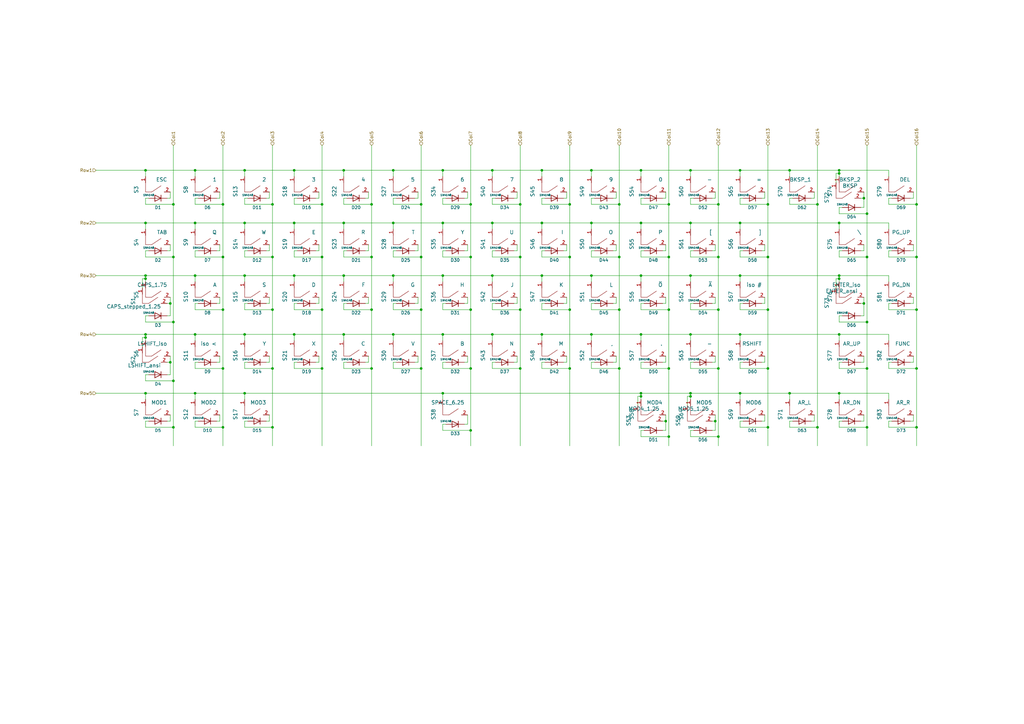
<source format=kicad_sch>
(kicad_sch (version 20211123) (generator eeschema)
  (paper "A3")
  (title_block (title "Kuro65") (date "2021-02-20") (rev "Kusabimaru") (company "0x544D"))
  (lib_symbols
    (symbol "Device:D" (pin_numbers hide) (pin_names (offset 1.016) hide)
      (property "Reference" "D" (at 0 2.54 0))
      (property "Value" "D" (at 0 -2.54 0))
      (symbol "D_1_1"
        (pin passive line (at -3.81 0 0) (length 2.54) (name "K") (number "1"))
        (pin passive line (at 3.81 0 180) (length 2.54) (name "A") (number "2"))
      )
    )
    (symbol "mx1a-simple:MX1A" (pin_names (offset 1.016))
      (property "Reference" "S" (at -3.81 6.35 0))
      (property "Value" "MX1A" (at 0 2.54 0))
      (symbol "MX1A_1_1"
        (pin passive line (at -5.08 10.16 270) (length 2.54) (name "~") (number "1"))
        (pin passive line (at 5.08 3.81 180) (length 2.54) (name "~") (number "2"))
      )
    )
  )
  (junction (at 375.92 83.82))
  (junction (at 274.32 83.82))
  (junction (at 375.92 127))
  (junction (at 181.61 69.85))
  (junction (at 140.97 91.44))
  (junction (at 161.29 137.16))
  (junction (at 274.32 179.07))
  (junction (at 262.89 161.29))
  (junction (at 140.97 137.16))
  (junction (at 314.96 151.13))
  (junction (at 283.21 91.44))
  (junction (at 71.12 83.82))
  (junction (at 80.01 69.85))
  (junction (at 222.25 137.16))
  (junction (at 161.29 91.44))
  (junction (at 193.04 127))
  (junction (at 283.21 161.29))
  (junction (at 181.61 137.16))
  (junction (at 254 83.82))
  (junction (at 80.01 137.16))
  (junction (at 100.33 69.85))
  (junction (at 111.76 151.13))
  (junction (at 59.69 138.43))
  (junction (at 222.25 113.03))
  (junction (at 91.44 127))
  (junction (at 344.17 71.12))
  (junction (at 181.61 91.44))
  (junction (at 59.69 113.03))
  (junction (at 314.96 175.26))
  (junction (at 274.32 151.13))
  (junction (at 303.53 113.03))
  (junction (at 323.85 161.29))
  (junction (at 213.36 83.82))
  (junction (at 59.69 69.85))
  (junction (at 59.69 114.3))
  (junction (at 152.4 83.82))
  (junction (at 303.53 69.85))
  (junction (at 262.89 69.85))
  (junction (at 80.01 161.29))
  (junction (at 335.28 83.82))
  (junction (at 355.6 132.08))
  (junction (at 344.17 91.44))
  (junction (at 161.29 113.03))
  (junction (at 100.33 91.44))
  (junction (at 375.92 175.26))
  (junction (at 132.08 127))
  (junction (at 303.53 91.44))
  (junction (at 283.21 137.16))
  (junction (at 69.85 124.46))
  (junction (at 152.4 127))
  (junction (at 80.01 113.03))
  (junction (at 71.12 132.08))
  (junction (at 111.76 105.41))
  (junction (at 201.93 91.44))
  (junction (at 100.33 137.16))
  (junction (at 140.97 113.03))
  (junction (at 314.96 127))
  (junction (at 375.92 105.41))
  (junction (at 273.05 172.72))
  (junction (at 233.68 83.82))
  (junction (at 294.64 127))
  (junction (at 375.92 151.13))
  (junction (at 132.08 151.13))
  (junction (at 274.32 105.41))
  (junction (at 283.21 69.85))
  (junction (at 140.97 69.85))
  (junction (at 120.65 69.85))
  (junction (at 314.96 83.82))
  (junction (at 233.68 151.13))
  (junction (at 59.69 137.16))
  (junction (at 91.44 83.82))
  (junction (at 71.12 105.41))
  (junction (at 91.44 151.13))
  (junction (at 233.68 127))
  (junction (at 344.17 137.16))
  (junction (at 120.65 91.44))
  (junction (at 172.72 105.41))
  (junction (at 354.33 124.46))
  (junction (at 262.89 113.03))
  (junction (at 344.17 114.3))
  (junction (at 355.6 87.63))
  (junction (at 294.64 105.41))
  (junction (at 100.33 113.03))
  (junction (at 233.68 105.41))
  (junction (at 161.29 69.85))
  (junction (at 201.93 113.03))
  (junction (at 201.93 69.85))
  (junction (at 293.37 172.72))
  (junction (at 71.12 175.26))
  (junction (at 172.72 151.13))
  (junction (at 283.21 162.56))
  (junction (at 59.69 91.44))
  (junction (at 344.17 113.03))
  (junction (at 242.57 91.44))
  (junction (at 262.89 91.44))
  (junction (at 120.65 113.03))
  (junction (at 355.6 175.26))
  (junction (at 213.36 105.41))
  (junction (at 172.72 127))
  (junction (at 242.57 137.16))
  (junction (at 213.36 127))
  (junction (at 132.08 105.41))
  (junction (at 91.44 105.41))
  (junction (at 201.93 137.16))
  (junction (at 254 127))
  (junction (at 193.04 105.41))
  (junction (at 172.72 83.82))
  (junction (at 132.08 83.82))
  (junction (at 262.89 162.56))
  (junction (at 355.6 105.41))
  (junction (at 193.04 83.82))
  (junction (at 69.85 148.59))
  (junction (at 111.76 127))
  (junction (at 152.4 151.13))
  (junction (at 152.4 105.41))
  (junction (at 59.69 161.29))
  (junction (at 283.21 113.03))
  (junction (at 222.25 69.85))
  (junction (at 323.85 69.85))
  (junction (at 344.17 69.85))
  (junction (at 303.53 137.16))
  (junction (at 213.36 151.13))
  (junction (at 254 105.41))
  (junction (at 111.76 175.26))
  (junction (at 181.61 161.29))
  (junction (at 355.6 151.13))
  (junction (at 354.33 81.28))
  (junction (at 91.44 175.26))
  (junction (at 294.64 179.07))
  (junction (at 242.57 69.85))
  (junction (at 294.64 151.13))
  (junction (at 222.25 91.44))
  (junction (at 120.65 137.16))
  (junction (at 80.01 91.44))
  (junction (at 181.61 113.03))
  (junction (at 335.28 175.26))
  (junction (at 71.12 156.21))
  (junction (at 100.33 161.29))
  (junction (at 193.04 176.53))
  (junction (at 303.53 161.29))
  (junction (at 262.89 137.16))
  (junction (at 344.17 161.29))
  (junction (at 274.32 127))
  (junction (at 111.76 83.82))
  (junction (at 193.04 151.13))
  (junction (at 254 151.13))
  (junction (at 242.57 113.03))
  (junction (at 314.96 105.41))
  (junction (at 294.64 83.82))
  (wire (pts (xy 100.33 161.29) (xy 100.33 163.83)))
  (wire (pts (xy 100.33 113.03) (xy 120.65 113.03)))
  (wire (pts (xy 132.08 105.41) (xy 132.08 127)))
  (wire (pts (xy 170.18 81.28) (xy 171.45 81.28)))
  (wire (pts (xy 344.17 129.54) (xy 344.17 132.08)))
  (wire (pts (xy 242.57 127) (xy 254 127)))
  (wire (pts (xy 80.01 83.82) (xy 91.44 83.82)))
  (wire (pts (xy 254 105.41) (xy 254 127)))
  (wire (pts (xy 284.48 102.87) (xy 283.21 102.87)))
  (wire (pts (xy 172.72 105.41) (xy 172.72 127)))
  (wire (pts (xy 344.17 114.3) (xy 344.17 115.57)))
  (wire (pts (xy 375.92 182.88) (xy 375.92 175.26)))
  (wire (pts (xy 151.13 102.87) (xy 151.13 100.33)))
  (wire (pts (xy 181.61 81.28) (xy 181.61 83.82)))
  (wire (pts (xy 152.4 151.13) (xy 152.4 182.88)))
  (wire (pts (xy 88.9 102.87) (xy 90.17 102.87)))
  (wire (pts (xy 283.21 161.29) (xy 303.53 161.29)))
  (wire (pts (xy 182.88 173.99) (xy 181.61 173.99)))
  (wire (pts (xy 81.28 124.46) (xy 80.01 124.46)))
  (wire (pts (xy 80.01 148.59) (xy 80.01 151.13)))
  (wire (pts (xy 293.37 124.46) (xy 293.37 121.92)))
  (wire (pts (xy 242.57 124.46) (xy 242.57 127)))
  (wire (pts (xy 314.96 105.41) (xy 314.96 83.82)))
  (wire (pts (xy 161.29 91.44) (xy 181.61 91.44)))
  (wire (pts (xy 120.65 137.16) (xy 120.65 139.7)))
  (wire (pts (xy 242.57 137.16) (xy 262.89 137.16)))
  (wire (pts (xy 101.6 102.87) (xy 100.33 102.87)))
  (wire (pts (xy 364.49 124.46) (xy 364.49 127)))
  (wire (pts (xy 109.22 124.46) (xy 110.49 124.46)))
  (wire (pts (xy 59.69 137.16) (xy 80.01 137.16)))
  (wire (pts (xy 80.01 127) (xy 91.44 127)))
  (wire (pts (xy 161.29 137.16) (xy 161.29 139.7)))
  (wire (pts (xy 132.08 127) (xy 132.08 151.13)))
  (wire (pts (xy 314.96 151.13) (xy 314.96 127)))
  (wire (pts (xy 325.12 172.72) (xy 323.85 172.72)))
  (wire (pts (xy 344.17 137.16) (xy 364.49 137.16)))
  (wire (pts (xy 90.17 148.59) (xy 90.17 146.05)))
  (wire (pts (xy 100.33 81.28) (xy 100.33 83.82)))
  (wire (pts (xy 344.17 85.09) (xy 344.17 87.63)))
  (wire (pts (xy 262.89 81.28) (xy 262.89 83.82)))
  (wire (pts (xy 120.65 137.16) (xy 140.97 137.16)))
  (wire (pts (xy 101.6 124.46) (xy 100.33 124.46)))
  (wire (pts (xy 373.38 102.87) (xy 374.65 102.87)))
  (wire (pts (xy 262.89 83.82) (xy 274.32 83.82)))
  (wire (pts (xy 193.04 176.53) (xy 193.04 182.88)))
  (wire (pts (xy 222.25 151.13) (xy 233.68 151.13)))
  (wire (pts (xy 304.8 148.59) (xy 303.53 148.59)))
  (wire (pts (xy 222.25 105.41) (xy 233.68 105.41)))
  (wire (pts (xy 201.93 91.44) (xy 201.93 93.98)))
  (wire (pts (xy 223.52 148.59) (xy 222.25 148.59)))
  (wire (pts (xy 149.86 81.28) (xy 151.13 81.28)))
  (wire (pts (xy 355.6 182.88) (xy 355.6 175.26)))
  (wire (pts (xy 274.32 182.88) (xy 274.32 179.07)))
  (wire (pts (xy 283.21 137.16) (xy 303.53 137.16)))
  (wire (pts (xy 213.36 83.82) (xy 213.36 105.41)))
  (wire (pts (xy 130.81 124.46) (xy 130.81 121.92)))
  (wire (pts (xy 271.78 176.53) (xy 273.05 176.53)))
  (wire (pts (xy 274.32 151.13) (xy 274.32 179.07)))
  (wire (pts (xy 242.57 91.44) (xy 242.57 93.98)))
  (wire (pts (xy 140.97 105.41) (xy 152.4 105.41)))
  (wire (pts (xy 373.38 81.28) (xy 374.65 81.28)))
  (wire (pts (xy 201.93 124.46) (xy 201.93 127)))
  (wire (pts (xy 344.17 91.44) (xy 364.49 91.44)))
  (wire (pts (xy 222.25 83.82) (xy 233.68 83.82)))
  (wire (pts (xy 375.92 105.41) (xy 375.92 83.82)))
  (wire (pts (xy 140.97 113.03) (xy 140.97 115.57)))
  (wire (pts (xy 69.85 81.28) (xy 69.85 78.74)))
  (wire (pts (xy 109.22 102.87) (xy 110.49 102.87)))
  (wire (pts (xy 283.21 69.85) (xy 283.21 72.39)))
  (wire (pts (xy 242.57 148.59) (xy 242.57 151.13)))
  (wire (pts (xy 201.93 137.16) (xy 201.93 139.7)))
  (wire (pts (xy 80.01 137.16) (xy 100.33 137.16)))
  (wire (pts (xy 271.78 124.46) (xy 273.05 124.46)))
  (wire (pts (xy 365.76 81.28) (xy 364.49 81.28)))
  (wire (pts (xy 201.93 69.85) (xy 222.25 69.85)))
  (wire (pts (xy 303.53 113.03) (xy 344.17 113.03)))
  (wire (pts (xy 262.89 91.44) (xy 262.89 93.98)))
  (wire (pts (xy 110.49 172.72) (xy 110.49 170.18)))
  (wire (pts (xy 312.42 102.87) (xy 313.69 102.87)))
  (wire (pts (xy 161.29 83.82) (xy 172.72 83.82)))
  (wire (pts (xy 222.25 113.03) (xy 242.57 113.03)))
  (wire (pts (xy 162.56 102.87) (xy 161.29 102.87)))
  (wire (pts (xy 171.45 148.59) (xy 171.45 146.05)))
  (wire (pts (xy 273.05 170.18) (xy 273.05 172.72)))
  (wire (pts (xy 111.76 175.26) (xy 111.76 151.13)))
  (wire (pts (xy 201.93 81.28) (xy 201.93 83.82)))
  (wire (pts (xy 365.76 102.87) (xy 364.49 102.87)))
  (wire (pts (xy 283.21 176.53) (xy 283.21 179.07)))
  (wire (pts (xy 193.04 59.69) (xy 193.04 83.82)))
  (wire (pts (xy 81.28 81.28) (xy 80.01 81.28)))
  (wire (pts (xy 80.01 151.13) (xy 91.44 151.13)))
  (wire (pts (xy 364.49 151.13) (xy 375.92 151.13)))
  (wire (pts (xy 191.77 81.28) (xy 191.77 78.74)))
  (wire (pts (xy 100.33 127) (xy 111.76 127)))
  (wire (pts (xy 345.44 172.72) (xy 344.17 172.72)))
  (wire (pts (xy 130.81 102.87) (xy 130.81 100.33)))
  (wire (pts (xy 233.68 127) (xy 233.68 105.41)))
  (wire (pts (xy 354.33 172.72) (xy 354.33 170.18)))
  (wire (pts (xy 210.82 148.59) (xy 212.09 148.59)))
  (wire (pts (xy 69.85 102.87) (xy 69.85 100.33)))
  (wire (pts (xy 223.52 81.28) (xy 222.25 81.28)))
  (wire (pts (xy 274.32 127) (xy 274.32 151.13)))
  (wire (pts (xy 59.69 138.43) (xy 59.69 139.7)))
  (wire (pts (xy 88.9 148.59) (xy 90.17 148.59)))
  (wire (pts (xy 193.04 105.41) (xy 193.04 83.82)))
  (wire (pts (xy 293.37 81.28) (xy 293.37 78.74)))
  (wire (pts (xy 242.57 113.03) (xy 242.57 115.57)))
  (wire (pts (xy 181.61 124.46) (xy 181.61 127)))
  (wire (pts (xy 364.49 81.28) (xy 364.49 83.82)))
  (wire (pts (xy 80.01 161.29) (xy 80.01 163.83)))
  (wire (pts (xy 233.68 151.13) (xy 233.68 182.88)))
  (wire (pts (xy 323.85 172.72) (xy 323.85 175.26)))
  (wire (pts (xy 344.17 69.85) (xy 364.49 69.85)))
  (wire (pts (xy 161.29 69.85) (xy 161.29 72.39)))
  (wire (pts (xy 120.65 127) (xy 132.08 127)))
  (wire (pts (xy 81.28 148.59) (xy 80.01 148.59)))
  (wire (pts (xy 353.06 148.59) (xy 354.33 148.59)))
  (wire (pts (xy 181.61 173.99) (xy 181.61 176.53)))
  (wire (pts (xy 273.05 102.87) (xy 273.05 100.33)))
  (wire (pts (xy 59.69 113.03) (xy 59.69 114.3)))
  (wire (pts (xy 201.93 69.85) (xy 201.93 72.39)))
  (wire (pts (xy 201.93 113.03) (xy 201.93 115.57)))
  (wire (pts (xy 281.94 162.56) (xy 283.21 162.56)))
  (wire (pts (xy 181.61 151.13) (xy 193.04 151.13)))
  (wire (pts (xy 222.25 69.85) (xy 222.25 72.39)))
  (wire (pts (xy 364.49 127) (xy 375.92 127)))
  (wire (pts (xy 222.25 102.87) (xy 222.25 105.41)))
  (wire (pts (xy 364.49 91.44) (xy 364.49 93.98)))
  (wire (pts (xy 170.18 148.59) (xy 171.45 148.59)))
  (wire (pts (xy 292.1 81.28) (xy 293.37 81.28)))
  (wire (pts (xy 39.37 91.44) (xy 59.69 91.44)))
  (wire (pts (xy 130.81 148.59) (xy 130.81 146.05)))
  (wire (pts (xy 313.69 124.46) (xy 313.69 121.92)))
  (wire (pts (xy 120.65 91.44) (xy 120.65 93.98)))
  (wire (pts (xy 212.09 102.87) (xy 212.09 100.33)))
  (wire (pts (xy 242.57 113.03) (xy 262.89 113.03)))
  (wire (pts (xy 222.25 113.03) (xy 222.25 115.57)))
  (wire (pts (xy 264.16 81.28) (xy 262.89 81.28)))
  (wire (pts (xy 80.01 69.85) (xy 80.01 72.39)))
  (wire (pts (xy 283.21 113.03) (xy 303.53 113.03)))
  (wire (pts (xy 191.77 102.87) (xy 191.77 100.33)))
  (wire (pts (xy 71.12 83.82) (xy 71.12 105.41)))
  (wire (pts (xy 152.4 105.41) (xy 152.4 83.82)))
  (wire (pts (xy 110.49 81.28) (xy 110.49 78.74)))
  (wire (pts (xy 314.96 175.26) (xy 314.96 151.13)))
  (wire (pts (xy 191.77 124.46) (xy 191.77 121.92)))
  (wire (pts (xy 323.85 69.85) (xy 344.17 69.85)))
  (wire (pts (xy 374.65 124.46) (xy 374.65 121.92)))
  (wire (pts (xy 223.52 124.46) (xy 222.25 124.46)))
  (wire (pts (xy 364.49 105.41) (xy 375.92 105.41)))
  (wire (pts (xy 210.82 102.87) (xy 212.09 102.87)))
  (wire (pts (xy 293.37 148.59) (xy 293.37 146.05)))
  (wire (pts (xy 68.58 148.59) (xy 69.85 148.59)))
  (wire (pts (xy 344.17 132.08) (xy 355.6 132.08)))
  (wire (pts (xy 332.74 172.72) (xy 334.01 172.72)))
  (wire (pts (xy 80.01 113.03) (xy 80.01 115.57)))
  (wire (pts (xy 80.01 124.46) (xy 80.01 127)))
  (wire (pts (xy 201.93 151.13) (xy 213.36 151.13)))
  (wire (pts (xy 283.21 124.46) (xy 283.21 127)))
  (wire (pts (xy 121.92 148.59) (xy 120.65 148.59)))
  (wire (pts (xy 120.65 105.41) (xy 132.08 105.41)))
  (wire (pts (xy 303.53 137.16) (xy 303.53 139.7)))
  (wire (pts (xy 161.29 81.28) (xy 161.29 83.82)))
  (wire (pts (xy 323.85 81.28) (xy 323.85 83.82)))
  (wire (pts (xy 90.17 81.28) (xy 90.17 78.74)))
  (wire (pts (xy 274.32 83.82) (xy 274.32 105.41)))
  (wire (pts (xy 111.76 151.13) (xy 111.76 127)))
  (wire (pts (xy 375.92 127) (xy 375.92 105.41)))
  (wire (pts (xy 342.9 114.3) (xy 344.17 114.3)))
  (wire (pts (xy 375.92 151.13) (xy 375.92 127)))
  (wire (pts (xy 262.89 105.41) (xy 274.32 105.41)))
  (wire (pts (xy 149.86 148.59) (xy 151.13 148.59)))
  (wire (pts (xy 190.5 148.59) (xy 191.77 148.59)))
  (wire (pts (xy 58.42 142.24) (xy 58.42 138.43)))
  (wire (pts (xy 233.68 151.13) (xy 233.68 127)))
  (wire (pts (xy 80.01 113.03) (xy 100.33 113.03)))
  (wire (pts (xy 59.69 172.72) (xy 59.69 175.26)))
  (wire (pts (xy 292.1 148.59) (xy 293.37 148.59)))
  (wire (pts (xy 140.97 91.44) (xy 161.29 91.44)))
  (wire (pts (xy 212.09 81.28) (xy 212.09 78.74)))
  (wire (pts (xy 80.01 105.41) (xy 91.44 105.41)))
  (wire (pts (xy 203.2 81.28) (xy 201.93 81.28)))
  (wire (pts (xy 273.05 172.72) (xy 273.05 176.53)))
  (wire (pts (xy 172.72 127) (xy 172.72 151.13)))
  (wire (pts (xy 233.68 59.69) (xy 233.68 83.82)))
  (wire (pts (xy 354.33 148.59) (xy 354.33 146.05)))
  (wire (pts (xy 344.17 102.87) (xy 344.17 105.41)))
  (wire (pts (xy 213.36 127) (xy 213.36 151.13)))
  (wire (pts (xy 353.06 81.28) (xy 354.33 81.28)))
  (wire (pts (xy 262.89 176.53) (xy 262.89 179.07)))
  (wire (pts (xy 283.21 113.03) (xy 283.21 115.57)))
  (wire (pts (xy 59.69 161.29) (xy 80.01 161.29)))
  (wire (pts (xy 312.42 124.46) (xy 313.69 124.46)))
  (wire (pts (xy 262.89 137.16) (xy 283.21 137.16)))
  (wire (pts (xy 254 83.82) (xy 254 105.41)))
  (wire (pts (xy 283.21 91.44) (xy 303.53 91.44)))
  (wire (pts (xy 58.42 138.43) (xy 59.69 138.43)))
  (wire (pts (xy 80.01 172.72) (xy 80.01 175.26)))
  (wire (pts (xy 354.33 81.28) (xy 354.33 85.09)))
  (wire (pts (xy 303.53 83.82) (xy 314.96 83.82)))
  (wire (pts (xy 59.69 137.16) (xy 59.69 138.43)))
  (wire (pts (xy 303.53 91.44) (xy 303.53 93.98)))
  (wire (pts (xy 342.9 118.11) (xy 342.9 114.3)))
  (wire (pts (xy 375.92 83.82) (xy 375.92 59.69)))
  (wire (pts (xy 100.33 124.46) (xy 100.33 127)))
  (wire (pts (xy 181.61 161.29) (xy 262.89 161.29)))
  (wire (pts (xy 90.17 124.46) (xy 90.17 121.92)))
  (wire (pts (xy 303.53 137.16) (xy 344.17 137.16)))
  (wire (pts (xy 222.25 81.28) (xy 222.25 83.82)))
  (wire (pts (xy 303.53 161.29) (xy 303.53 163.83)))
  (wire (pts (xy 152.4 127) (xy 152.4 105.41)))
  (wire (pts (xy 142.24 124.46) (xy 140.97 124.46)))
  (wire (pts (xy 293.37 172.72) (xy 293.37 176.53)))
  (wire (pts (xy 344.17 87.63) (xy 355.6 87.63)))
  (wire (pts (xy 91.44 182.88) (xy 91.44 175.26)))
  (wire (pts (xy 303.53 127) (xy 314.96 127)))
  (wire (pts (xy 292.1 172.72) (xy 293.37 172.72)))
  (wire (pts (xy 140.97 151.13) (xy 152.4 151.13)))
  (wire (pts (xy 80.01 91.44) (xy 100.33 91.44)))
  (wire (pts (xy 210.82 124.46) (xy 212.09 124.46)))
  (wire (pts (xy 252.73 81.28) (xy 252.73 78.74)))
  (wire (pts (xy 242.57 69.85) (xy 242.57 72.39)))
  (wire (pts (xy 222.25 91.44) (xy 222.25 93.98)))
  (wire (pts (xy 59.69 69.85) (xy 59.69 72.39)))
  (wire (pts (xy 222.25 124.46) (xy 222.25 127)))
  (wire (pts (xy 262.89 113.03) (xy 262.89 115.57)))
  (wire (pts (xy 313.69 172.72) (xy 313.69 170.18)))
  (wire (pts (xy 59.69 69.85) (xy 80.01 69.85)))
  (wire (pts (xy 181.61 91.44) (xy 201.93 91.44)))
  (wire (pts (xy 213.36 59.69) (xy 213.36 83.82)))
  (wire (pts (xy 303.53 124.46) (xy 303.53 127)))
  (wire (pts (xy 120.65 91.44) (xy 140.97 91.44)))
  (wire (pts (xy 91.44 83.82) (xy 91.44 59.69)))
  (wire (pts (xy 264.16 148.59) (xy 262.89 148.59)))
  (wire (pts (xy 342.9 71.12) (xy 344.17 71.12)))
  (wire (pts (xy 120.65 81.28) (xy 120.65 83.82)))
  (wire (pts (xy 80.01 161.29) (xy 100.33 161.29)))
  (wire (pts (xy 68.58 129.54) (xy 69.85 129.54)))
  (wire (pts (xy 304.8 102.87) (xy 303.53 102.87)))
  (wire (pts (xy 252.73 102.87) (xy 252.73 100.33)))
  (wire (pts (xy 162.56 124.46) (xy 161.29 124.46)))
  (wire (pts (xy 283.21 137.16) (xy 283.21 139.7)))
  (wire (pts (xy 101.6 81.28) (xy 100.33 81.28)))
  (wire (pts (xy 353.06 129.54) (xy 354.33 129.54)))
  (wire (pts (xy 373.38 124.46) (xy 374.65 124.46)))
  (wire (pts (xy 100.33 172.72) (xy 100.33 175.26)))
  (wire (pts (xy 243.84 124.46) (xy 242.57 124.46)))
  (wire (pts (xy 314.96 182.88) (xy 314.96 175.26)))
  (wire (pts (xy 69.85 121.92) (xy 69.85 124.46)))
  (wire (pts (xy 304.8 172.72) (xy 303.53 172.72)))
  (wire (pts (xy 243.84 148.59) (xy 242.57 148.59)))
  (wire (pts (xy 261.62 162.56) (xy 262.89 162.56)))
  (wire (pts (xy 140.97 81.28) (xy 140.97 83.82)))
  (wire (pts (xy 303.53 113.03) (xy 303.53 115.57)))
  (wire (pts (xy 201.93 137.16) (xy 222.25 137.16)))
  (wire (pts (xy 142.24 102.87) (xy 140.97 102.87)))
  (wire (pts (xy 142.24 148.59) (xy 140.97 148.59)))
  (wire (pts (xy 323.85 161.29) (xy 323.85 163.83)))
  (wire (pts (xy 313.69 102.87) (xy 313.69 100.33)))
  (wire (pts (xy 344.17 148.59) (xy 344.17 151.13)))
  (wire (pts (xy 203.2 124.46) (xy 201.93 124.46)))
  (wire (pts (xy 181.61 176.53) (xy 193.04 176.53)))
  (wire (pts (xy 129.54 124.46) (xy 130.81 124.46)))
  (wire (pts (xy 193.04 105.41) (xy 193.04 127)))
  (wire (pts (xy 374.65 81.28) (xy 374.65 78.74)))
  (wire (pts (xy 323.85 175.26) (xy 335.28 175.26)))
  (wire (pts (xy 100.33 91.44) (xy 100.33 93.98)))
  (wire (pts (xy 344.17 69.85) (xy 344.17 71.12)))
  (wire (pts (xy 355.6 105.41) (xy 355.6 132.08)))
  (wire (pts (xy 69.85 146.05) (xy 69.85 148.59)))
  (wire (pts (xy 59.69 156.21) (xy 71.12 156.21)))
  (wire (pts (xy 273.05 148.59) (xy 273.05 146.05)))
  (wire (pts (xy 39.37 113.03) (xy 59.69 113.03)))
  (wire (pts (xy 264.16 124.46) (xy 262.89 124.46)))
  (wire (pts (xy 271.78 81.28) (xy 273.05 81.28)))
  (wire (pts (xy 100.33 69.85) (xy 100.33 72.39)))
  (wire (pts (xy 283.21 161.29) (xy 283.21 162.56)))
  (wire (pts (xy 181.61 127) (xy 193.04 127)))
  (wire (pts (xy 294.64 151.13) (xy 294.64 179.07)))
  (wire (pts (xy 335.28 83.82) (xy 335.28 175.26)))
  (wire (pts (xy 111.76 105.41) (xy 111.76 127)))
  (wire (pts (xy 71.12 182.88) (xy 71.12 175.26)))
  (wire (pts (xy 303.53 69.85) (xy 323.85 69.85)))
  (wire (pts (xy 201.93 83.82) (xy 213.36 83.82)))
  (wire (pts (xy 364.49 175.26) (xy 375.92 175.26)))
  (wire (pts (xy 365.76 124.46) (xy 364.49 124.46)))
  (wire (pts (xy 120.65 113.03) (xy 140.97 113.03)))
  (wire (pts (xy 292.1 176.53) (xy 293.37 176.53)))
  (wire (pts (xy 223.52 102.87) (xy 222.25 102.87)))
  (wire (pts (xy 345.44 85.09) (xy 344.17 85.09)))
  (wire (pts (xy 161.29 113.03) (xy 161.29 115.57)))
  (wire (pts (xy 80.01 102.87) (xy 80.01 105.41)))
  (wire (pts (xy 222.25 137.16) (xy 242.57 137.16)))
  (wire (pts (xy 161.29 105.41) (xy 172.72 105.41)))
  (wire (pts (xy 60.96 81.28) (xy 59.69 81.28)))
  (wire (pts (xy 355.6 151.13) (xy 355.6 132.08)))
  (wire (pts (xy 90.17 102.87) (xy 90.17 100.33)))
  (wire (pts (xy 59.69 102.87) (xy 59.69 105.41)))
  (wire (pts (xy 181.61 69.85) (xy 181.61 72.39)))
  (wire (pts (xy 212.09 124.46) (xy 212.09 121.92)))
  (wire (pts (xy 313.69 81.28) (xy 313.69 78.74)))
  (wire (pts (xy 69.85 172.72) (xy 69.85 170.18)))
  (wire (pts (xy 262.89 179.07) (xy 274.32 179.07)))
  (wire (pts (xy 252.73 148.59) (xy 252.73 146.05)))
  (wire (pts (xy 294.64 83.82) (xy 294.64 105.41)))
  (wire (pts (xy 190.5 124.46) (xy 191.77 124.46)))
  (wire (pts (xy 140.97 69.85) (xy 140.97 72.39)))
  (wire (pts (xy 262.89 69.85) (xy 262.89 72.39)))
  (wire (pts (xy 60.96 153.67) (xy 59.69 153.67)))
  (wire (pts (xy 332.74 81.28) (xy 334.01 81.28)))
  (wire (pts (xy 91.44 175.26) (xy 91.44 151.13)))
  (wire (pts (xy 274.32 83.82) (xy 274.32 59.69)))
  (wire (pts (xy 71.12 175.26) (xy 71.12 156.21)))
  (wire (pts (xy 90.17 172.72) (xy 90.17 170.18)))
  (wire (pts (xy 262.89 91.44) (xy 283.21 91.44)))
  (wire (pts (xy 152.4 151.13) (xy 152.4 127)))
  (wire (pts (xy 375.92 175.26) (xy 375.92 151.13)))
  (wire (pts (xy 140.97 148.59) (xy 140.97 151.13)))
  (wire (pts (xy 254 151.13) (xy 254 182.88)))
  (wire (pts (xy 68.58 102.87) (xy 69.85 102.87)))
  (wire (pts (xy 344.17 161.29) (xy 364.49 161.29)))
  (wire (pts (xy 182.88 148.59) (xy 181.61 148.59)))
  (wire (pts (xy 142.24 81.28) (xy 140.97 81.28)))
  (wire (pts (xy 100.33 69.85) (xy 120.65 69.85)))
  (wire (pts (xy 100.33 148.59) (xy 100.33 151.13)))
  (wire (pts (xy 344.17 161.29) (xy 344.17 163.83)))
  (wire (pts (xy 373.38 148.59) (xy 374.65 148.59)))
  (wire (pts (xy 222.25 69.85) (xy 242.57 69.85)))
  (wire (pts (xy 293.37 102.87) (xy 293.37 100.33)))
  (wire (pts (xy 59.69 91.44) (xy 80.01 91.44)))
  (wire (pts (xy 364.49 148.59) (xy 364.49 151.13)))
  (wire (pts (xy 110.49 124.46) (xy 110.49 121.92)))
  (wire (pts (xy 303.53 148.59) (xy 303.53 151.13)))
  (wire (pts (xy 345.44 129.54) (xy 344.17 129.54)))
  (wire (pts (xy 181.61 105.41) (xy 193.04 105.41)))
  (wire (pts (xy 251.46 102.87) (xy 252.73 102.87)))
  (wire (pts (xy 365.76 148.59) (xy 364.49 148.59)))
  (wire (pts (xy 353.06 85.09) (xy 354.33 85.09)))
  (wire (pts (xy 203.2 148.59) (xy 201.93 148.59)))
  (wire (pts (xy 283.21 102.87) (xy 283.21 105.41)))
  (wire (pts (xy 81.28 102.87) (xy 80.01 102.87)))
  (wire (pts (xy 304.8 81.28) (xy 303.53 81.28)))
  (wire (pts (xy 121.92 102.87) (xy 120.65 102.87)))
  (wire (pts (xy 213.36 105.41) (xy 213.36 127)))
  (wire (pts (xy 80.01 175.26) (xy 91.44 175.26)))
  (wire (pts (xy 172.72 59.69) (xy 172.72 83.82)))
  (wire (pts (xy 364.49 172.72) (xy 364.49 175.26)))
  (wire (pts (xy 132.08 83.82) (xy 132.08 105.41)))
  (wire (pts (xy 162.56 81.28) (xy 161.29 81.28)))
  (wire (pts (xy 262.89 113.03) (xy 283.21 113.03)))
  (wire (pts (xy 101.6 148.59) (xy 100.33 148.59)))
  (wire (pts (xy 222.25 91.44) (xy 242.57 91.44)))
  (wire (pts (xy 364.49 161.29) (xy 364.49 163.83)))
  (wire (pts (xy 354.33 121.92) (xy 354.33 124.46)))
  (wire (pts (xy 303.53 102.87) (xy 303.53 105.41)))
  (wire (pts (xy 39.37 137.16) (xy 59.69 137.16)))
  (wire (pts (xy 140.97 127) (xy 152.4 127)))
  (wire (pts (xy 151.13 148.59) (xy 151.13 146.05)))
  (wire (pts (xy 262.89 161.29) (xy 262.89 162.56)))
  (wire (pts (xy 374.65 172.72) (xy 374.65 170.18)))
  (wire (pts (xy 68.58 172.72) (xy 69.85 172.72)))
  (wire (pts (xy 111.76 59.69) (xy 111.76 83.82)))
  (wire (pts (xy 242.57 102.87) (xy 242.57 105.41)))
  (wire (pts (xy 242.57 91.44) (xy 262.89 91.44)))
  (wire (pts (xy 181.61 113.03) (xy 181.61 115.57)))
  (wire (pts (xy 80.01 81.28) (xy 80.01 83.82)))
  (wire (pts (xy 59.69 83.82) (xy 71.12 83.82)))
  (wire (pts (xy 181.61 113.03) (xy 201.93 113.03)))
  (wire (pts (xy 344.17 151.13) (xy 355.6 151.13)))
  (wire (pts (xy 374.65 102.87) (xy 374.65 100.33)))
  (wire (pts (xy 91.44 105.41) (xy 91.44 83.82)))
  (wire (pts (xy 181.61 69.85) (xy 201.93 69.85)))
  (wire (pts (xy 110.49 148.59) (xy 110.49 146.05)))
  (wire (pts (xy 39.37 69.85) (xy 59.69 69.85)))
  (wire (pts (xy 170.18 102.87) (xy 171.45 102.87)))
  (wire (pts (xy 364.49 113.03) (xy 364.49 115.57)))
  (wire (pts (xy 232.41 81.28) (xy 232.41 78.74)))
  (wire (pts (xy 344.17 113.03) (xy 344.17 114.3)))
  (wire (pts (xy 201.93 148.59) (xy 201.93 151.13)))
  (wire (pts (xy 140.97 91.44) (xy 140.97 93.98)))
  (wire (pts (xy 222.25 127) (xy 233.68 127)))
  (wire (pts (xy 140.97 124.46) (xy 140.97 127)))
  (wire (pts (xy 344.17 137.16) (xy 344.17 139.7)))
  (wire (pts (xy 181.61 137.16) (xy 181.61 139.7)))
  (wire (pts (xy 100.33 91.44) (xy 120.65 91.44)))
  (wire (pts (xy 130.81 81.28) (xy 130.81 78.74)))
  (wire (pts (xy 222.25 137.16) (xy 222.25 139.7)))
  (wire (pts (xy 323.85 69.85) (xy 323.85 72.39)))
  (wire (pts (xy 59.69 91.44) (xy 59.69 93.98)))
  (wire (pts (xy 283.21 127) (xy 294.64 127)))
  (wire (pts (xy 344.17 113.03) (xy 364.49 113.03)))
  (wire (pts (xy 274.32 105.41) (xy 274.32 127)))
  (wire (pts (xy 69.85 148.59) (xy 69.85 153.67)))
  (wire (pts (xy 284.48 148.59) (xy 283.21 148.59)))
  (wire (pts (xy 132.08 151.13) (xy 132.08 182.88)))
  (wire (pts (xy 283.21 81.28) (xy 283.21 83.82)))
  (wire (pts (xy 212.09 148.59) (xy 212.09 146.05)))
  (wire (pts (xy 162.56 148.59) (xy 161.29 148.59)))
  (wire (pts (xy 68.58 124.46) (xy 69.85 124.46)))
  (wire (pts (xy 222.25 148.59) (xy 222.25 151.13)))
  (wire (pts (xy 242.57 151.13) (xy 254 151.13)))
  (wire (pts (xy 335.28 83.82) (xy 335.28 59.69)))
  (wire (pts (xy 120.65 69.85) (xy 140.97 69.85)))
  (wire (pts (xy 243.84 102.87) (xy 242.57 102.87)))
  (wire (pts (xy 190.5 81.28) (xy 191.77 81.28)))
  (wire (pts (xy 172.72 83.82) (xy 172.72 105.41)))
  (wire (pts (xy 294.64 83.82) (xy 294.64 59.69)))
  (wire (pts (xy 181.61 83.82) (xy 193.04 83.82)))
  (wire (pts (xy 151.13 81.28) (xy 151.13 78.74)))
  (wire (pts (xy 252.73 124.46) (xy 252.73 121.92)))
  (wire (pts (xy 59.69 114.3) (xy 59.69 115.57)))
  (wire (pts (xy 314.96 83.82) (xy 314.96 59.69)))
  (wire (pts (xy 344.17 91.44) (xy 344.17 93.98)))
  (wire (pts (xy 140.97 137.16) (xy 140.97 139.7)))
  (wire (pts (xy 254 59.69) (xy 254 83.82)))
  (wire (pts (xy 120.65 113.03) (xy 120.65 115.57)))
  (wire (pts (xy 261.62 166.37) (xy 261.62 162.56)))
  (wire (pts (xy 193.04 151.13) (xy 193.04 176.53)))
  (wire (pts (xy 80.01 91.44) (xy 80.01 93.98)))
  (wire (pts (xy 59.69 81.28) (xy 59.69 83.82)))
  (wire (pts (xy 354.33 78.74) (xy 354.33 81.28)))
  (wire (pts (xy 60.96 102.87) (xy 59.69 102.87)))
  (wire (pts (xy 283.21 105.41) (xy 294.64 105.41)))
  (wire (pts (xy 129.54 148.59) (xy 130.81 148.59)))
  (wire (pts (xy 353.06 102.87) (xy 354.33 102.87)))
  (wire (pts (xy 242.57 69.85) (xy 262.89 69.85)))
  (wire (pts (xy 181.61 137.16) (xy 201.93 137.16)))
  (wire (pts (xy 152.4 59.69) (xy 152.4 83.82)))
  (wire (pts (xy 100.33 102.87) (xy 100.33 105.41)))
  (wire (pts (xy 251.46 81.28) (xy 252.73 81.28)))
  (wire (pts (xy 354.33 124.46) (xy 354.33 129.54)))
  (wire (pts (xy 161.29 124.46) (xy 161.29 127)))
  (wire (pts (xy 262.89 148.59) (xy 262.89 151.13)))
  (wire (pts (xy 60.96 129.54) (xy 59.69 129.54)))
  (wire (pts (xy 355.6 105.41) (xy 355.6 87.63)))
  (wire (pts (xy 100.33 151.13) (xy 111.76 151.13)))
  (wire (pts (xy 120.65 151.13) (xy 132.08 151.13)))
  (wire (pts (xy 81.28 172.72) (xy 80.01 172.72)))
  (wire (pts (xy 71.12 132.08) (xy 71.12 105.41)))
  (wire (pts (xy 100.33 137.16) (xy 120.65 137.16)))
  (wire (pts (xy 271.78 172.72) (xy 273.05 172.72)))
  (wire (pts (xy 171.45 81.28) (xy 171.45 78.74)))
  (wire (pts (xy 201.93 102.87) (xy 201.93 105.41)))
  (wire (pts (xy 232.41 124.46) (xy 232.41 121.92)))
  (wire (pts (xy 120.65 83.82) (xy 132.08 83.82)))
  (wire (pts (xy 91.44 151.13) (xy 91.44 127)))
  (wire (pts (xy 284.48 176.53) (xy 283.21 176.53)))
  (wire (pts (xy 182.88 124.46) (xy 181.61 124.46)))
  (wire (pts (xy 68.58 81.28) (xy 69.85 81.28)))
  (wire (pts (xy 293.37 170.18) (xy 293.37 172.72)))
  (wire (pts (xy 312.42 172.72) (xy 313.69 172.72)))
  (wire (pts (xy 80.01 69.85) (xy 100.33 69.85)))
  (wire (pts (xy 262.89 162.56) (xy 262.89 163.83)))
  (wire (pts (xy 283.21 151.13) (xy 294.64 151.13)))
  (wire (pts (xy 181.61 102.87) (xy 181.61 105.41)))
  (wire (pts (xy 58.42 118.11) (xy 58.42 114.3)))
  (wire (pts (xy 59.69 175.26) (xy 71.12 175.26)))
  (wire (pts (xy 262.89 69.85) (xy 283.21 69.85)))
  (wire (pts (xy 364.49 83.82) (xy 375.92 83.82)))
  (wire (pts (xy 59.69 153.67) (xy 59.69 156.21)))
  (wire (pts (xy 100.33 105.41) (xy 111.76 105.41)))
  (wire (pts (xy 203.2 102.87) (xy 201.93 102.87)))
  (wire (pts (xy 140.97 102.87) (xy 140.97 105.41)))
  (wire (pts (xy 161.29 127) (xy 172.72 127)))
  (wire (pts (xy 190.5 102.87) (xy 191.77 102.87)))
  (wire (pts (xy 264.16 176.53) (xy 262.89 176.53)))
  (wire (pts (xy 59.69 129.54) (xy 59.69 132.08)))
  (wire (pts (xy 364.49 102.87) (xy 364.49 105.41)))
  (wire (pts (xy 303.53 105.41) (xy 314.96 105.41)))
  (wire (pts (xy 242.57 137.16) (xy 242.57 139.7)))
  (wire (pts (xy 109.22 148.59) (xy 110.49 148.59)))
  (wire (pts (xy 264.16 102.87) (xy 262.89 102.87)))
  (wire (pts (xy 231.14 124.46) (xy 232.41 124.46)))
  (wire (pts (xy 271.78 102.87) (xy 273.05 102.87)))
  (wire (pts (xy 283.21 148.59) (xy 283.21 151.13)))
  (wire (pts (xy 88.9 124.46) (xy 90.17 124.46)))
  (wire (pts (xy 374.65 148.59) (xy 374.65 146.05)))
  (wire (pts (xy 129.54 102.87) (xy 130.81 102.87)))
  (wire (pts (xy 283.21 83.82) (xy 294.64 83.82)))
  (wire (pts (xy 353.06 172.72) (xy 354.33 172.72)))
  (wire (pts (xy 242.57 81.28) (xy 242.57 83.82)))
  (wire (pts (xy 231.14 148.59) (xy 232.41 148.59)))
  (wire (pts (xy 335.28 182.88) (xy 335.28 175.26)))
  (wire (pts (xy 303.53 69.85) (xy 303.53 72.39)))
  (wire (pts (xy 109.22 172.72) (xy 110.49 172.72)))
  (wire (pts (xy 181.61 161.29) (xy 181.61 163.83)))
  (wire (pts (xy 181.61 91.44) (xy 181.61 93.98)))
  (wire (pts (xy 323.85 83.82) (xy 335.28 83.82)))
  (wire (pts (xy 121.92 81.28) (xy 120.65 81.28)))
  (wire (pts (xy 292.1 102.87) (xy 293.37 102.87)))
  (wire (pts (xy 262.89 127) (xy 274.32 127)))
  (wire (pts (xy 312.42 81.28) (xy 313.69 81.28)))
  (wire (pts (xy 91.44 127) (xy 91.44 105.41)))
  (wire (pts (xy 283.21 69.85) (xy 303.53 69.85)))
  (wire (pts (xy 110.49 102.87) (xy 110.49 100.33)))
  (wire (pts (xy 109.22 81.28) (xy 110.49 81.28)))
  (wire (pts (xy 273.05 124.46) (xy 273.05 121.92)))
  (wire (pts (xy 373.38 172.72) (xy 374.65 172.72)))
  (wire (pts (xy 355.6 175.26) (xy 355.6 151.13)))
  (wire (pts (xy 262.89 124.46) (xy 262.89 127)))
  (wire (pts (xy 58.42 114.3) (xy 59.69 114.3)))
  (wire (pts (xy 233.68 105.41) (xy 233.68 83.82)))
  (wire (pts (xy 140.97 137.16) (xy 161.29 137.16)))
  (wire (pts (xy 242.57 83.82) (xy 254 83.82)))
  (wire (pts (xy 303.53 151.13) (xy 314.96 151.13)))
  (wire (pts (xy 344.17 105.41) (xy 355.6 105.41)))
  (wire (pts (xy 231.14 81.28) (xy 232.41 81.28)))
  (wire (pts (xy 149.86 124.46) (xy 151.13 124.46)))
  (wire (pts (xy 355.6 59.69) (xy 355.6 87.63)))
  (wire (pts (xy 181.61 148.59) (xy 181.61 151.13)))
  (wire (pts (xy 100.33 137.16) (xy 100.33 139.7)))
  (wire (pts (xy 314.96 127) (xy 314.96 105.41)))
  (wire (pts (xy 292.1 124.46) (xy 293.37 124.46)))
  (wire (pts (xy 342.9 74.93) (xy 342.9 71.12)))
  (wire (pts (xy 283.21 179.07) (xy 294.64 179.07)))
  (wire (pts (xy 201.93 113.03) (xy 222.25 113.03)))
  (wire (pts (xy 120.65 124.46) (xy 120.65 127)))
  (wire (pts (xy 101.6 172.72) (xy 100.33 172.72)))
  (wire (pts (xy 88.9 81.28) (xy 90.17 81.28)))
  (wire (pts (xy 262.89 102.87) (xy 262.89 105.41)))
  (wire (pts (xy 334.01 172.72) (xy 334.01 170.18)))
  (wire (pts (xy 191.77 148.59) (xy 191.77 146.05)))
  (wire (pts (xy 303.53 172.72) (xy 303.53 175.26)))
  (wire (pts (xy 251.46 124.46) (xy 252.73 124.46)))
  (wire (pts (xy 129.54 81.28) (xy 130.81 81.28)))
  (wire (pts (xy 191.77 170.18) (xy 191.77 173.99)))
  (wire (pts (xy 161.29 137.16) (xy 181.61 137.16)))
  (wire (pts (xy 283.21 91.44) (xy 283.21 93.98)))
  (wire (pts (xy 120.65 102.87) (xy 120.65 105.41)))
  (wire (pts (xy 171.45 102.87) (xy 171.45 100.33)))
  (wire (pts (xy 201.93 105.41) (xy 213.36 105.41)))
  (wire (pts (xy 60.96 172.72) (xy 59.69 172.72)))
  (wire (pts (xy 69.85 124.46) (xy 69.85 129.54)))
  (wire (pts (xy 243.84 81.28) (xy 242.57 81.28)))
  (wire (pts (xy 193.04 151.13) (xy 193.04 127)))
  (wire (pts (xy 59.69 105.41) (xy 71.12 105.41)))
  (wire (pts (xy 251.46 148.59) (xy 252.73 148.59)))
  (wire (pts (xy 39.37 161.29) (xy 59.69 161.29)))
  (wire (pts (xy 88.9 172.72) (xy 90.17 172.72)))
  (wire (pts (xy 190.5 173.99) (xy 191.77 173.99)))
  (wire (pts (xy 161.29 151.13) (xy 172.72 151.13)))
  (wire (pts (xy 140.97 69.85) (xy 161.29 69.85)))
  (wire (pts (xy 312.42 148.59) (xy 313.69 148.59)))
  (wire (pts (xy 354.33 102.87) (xy 354.33 100.33)))
  (wire (pts (xy 210.82 81.28) (xy 212.09 81.28)))
  (wire (pts (xy 294.64 127) (xy 294.64 151.13)))
  (wire (pts (xy 303.53 81.28) (xy 303.53 83.82)))
  (wire (pts (xy 284.48 124.46) (xy 283.21 124.46)))
  (wire (pts (xy 345.44 148.59) (xy 344.17 148.59)))
  (wire (pts (xy 182.88 102.87) (xy 181.61 102.87)))
  (wire (pts (xy 161.29 102.87) (xy 161.29 105.41)))
  (wire (pts (xy 344.17 175.26) (xy 355.6 175.26)))
  (wire (pts (xy 100.33 175.26) (xy 111.76 175.26)))
  (wire (pts (xy 273.05 81.28) (xy 273.05 78.74)))
  (wire (pts (xy 364.49 137.16) (xy 364.49 139.7)))
  (wire (pts (xy 232.41 102.87) (xy 232.41 100.33)))
  (wire (pts (xy 201.93 91.44) (xy 222.25 91.44)))
  (wire (pts (xy 120.65 69.85) (xy 120.65 72.39)))
  (wire (pts (xy 254 127) (xy 254 151.13)))
  (wire (pts (xy 161.29 113.03) (xy 181.61 113.03)))
  (wire (pts (xy 262.89 137.16) (xy 262.89 139.7)))
  (wire (pts (xy 213.36 151.13) (xy 213.36 182.88)))
  (wire (pts (xy 325.12 81.28) (xy 323.85 81.28)))
  (wire (pts (xy 120.65 148.59) (xy 120.65 151.13)))
  (wire (pts (xy 294.64 182.88) (xy 294.64 179.07)))
  (wire (pts (xy 172.72 151.13) (xy 172.72 182.88)))
  (wire (pts (xy 71.12 59.69) (xy 71.12 83.82)))
  (wire (pts (xy 283.21 162.56) (xy 283.21 163.83)))
  (wire (pts (xy 59.69 113.03) (xy 80.01 113.03)))
  (wire (pts (xy 80.01 137.16) (xy 80.01 139.7)))
  (wire (pts (xy 304.8 124.46) (xy 303.53 124.46)))
  (wire (pts (xy 100.33 161.29) (xy 181.61 161.29)))
  (wire (pts (xy 344.17 172.72) (xy 344.17 175.26)))
  (wire (pts (xy 151.13 124.46) (xy 151.13 121.92)))
  (wire (pts (xy 303.53 91.44) (xy 344.17 91.44)))
  (wire (pts (xy 345.44 102.87) (xy 344.17 102.87)))
  (wire (pts (xy 334.01 81.28) (xy 334.01 78.74)))
  (wire (pts (xy 111.76 83.82) (xy 111.76 105.41)))
  (wire (pts (xy 182.88 81.28) (xy 181.61 81.28)))
  (wire (pts (xy 71.12 156.21) (xy 71.12 132.08)))
  (wire (pts (xy 242.57 105.41) (xy 254 105.41)))
  (wire (pts (xy 100.33 83.82) (xy 111.76 83.82)))
  (wire (pts (xy 353.06 124.46) (xy 354.33 124.46)))
  (wire (pts (xy 201.93 127) (xy 213.36 127)))
  (wire (pts (xy 313.69 148.59) (xy 313.69 146.05)))
  (wire (pts (xy 231.14 102.87) (xy 232.41 102.87)))
  (wire (pts (xy 171.45 124.46) (xy 171.45 121.92)))
  (wire (pts (xy 364.49 69.85) (xy 364.49 72.39)))
  (wire (pts (xy 59.69 161.29) (xy 59.69 163.83)))
  (wire (pts (xy 281.94 166.37) (xy 281.94 162.56)))
  (wire (pts (xy 161.29 69.85) (xy 181.61 69.85)))
  (wire (pts (xy 344.17 71.12) (xy 344.17 72.39)))
  (wire (pts (xy 121.92 124.46) (xy 120.65 124.46)))
  (wire (pts (xy 170.18 124.46) (xy 171.45 124.46)))
  (wire (pts (xy 149.86 102.87) (xy 151.13 102.87)))
  (wire (pts (xy 59.69 132.08) (xy 71.12 132.08)))
  (wire (pts (xy 271.78 148.59) (xy 273.05 148.59)))
  (wire (pts (xy 323.85 161.29) (xy 344.17 161.29)))
  (wire (pts (xy 68.58 153.67) (xy 69.85 153.67)))
  (wire (pts (xy 161.29 91.44) (xy 161.29 93.98)))
  (wire (pts (xy 111.76 182.88) (xy 111.76 175.26)))
  (wire (pts (xy 294.64 105.41) (xy 294.64 127)))
  (wire (pts (xy 365.76 172.72) (xy 364.49 172.72)))
  (wire (pts (xy 262.89 151.13) (xy 274.32 151.13)))
  (wire (pts (xy 100.33 113.03) (xy 100.33 115.57)))
  (wire (pts (xy 262.89 161.29) (xy 283.21 161.29)))
  (wire (pts (xy 284.48 81.28) (xy 283.21 81.28)))
  (wire (pts (xy 303.53 175.26) (xy 314.96 175.26)))
  (wire (pts (xy 161.29 148.59) (xy 161.29 151.13)))
  (wire (pts (xy 140.97 83.82) (xy 152.4 83.82)))
  (wire (pts (xy 132.08 59.69) (xy 132.08 83.82)))
  (wire (pts (xy 140.97 113.03) (xy 161.29 113.03)))
  (wire (pts (xy 232.41 148.59) (xy 232.41 146.05)))
  (wire (pts (xy 303.53 161.29) (xy 323.85 161.29)))
  (hierarchical_label "Col2" (shape input) (at 91.44 59.69 90))
  (hierarchical_label "Col15" (shape input) (at 355.6 59.69 90))
  (hierarchical_label "Col8" (shape input) (at 213.36 59.69 90))
  (hierarchical_label "Row1" (shape input) (at 39.37 69.85 180))
  (hierarchical_label "Col7" (shape input) (at 193.04 59.69 90))
  (hierarchical_label "Col9" (shape input) (at 233.68 59.69 90))
  (hierarchical_label "Col10" (shape input) (at 254 59.69 90))
  (hierarchical_label "Col13" (shape input) (at 314.96 59.69 90))
  (hierarchical_label "Row2" (shape input) (at 39.37 91.44 180))
  (hierarchical_label "Col14" (shape input) (at 335.28 59.69 90))
  (hierarchical_label "Row5" (shape input) (at 39.37 161.29 180))
  (hierarchical_label "Col3" (shape input) (at 111.76 59.69 90))
  (hierarchical_label "Col5" (shape input) (at 152.4 59.69 90))
  (hierarchical_label "Row3" (shape input) (at 39.37 113.03 180))
  (hierarchical_label "Col12" (shape input) (at 294.64 59.69 90))
  (hierarchical_label "Col4" (shape input) (at 132.08 59.69 90))
  (hierarchical_label "Row4" (shape input) (at 39.37 137.16 180))
  (hierarchical_label "Col11" (shape input) (at 274.32 59.69 90))
  (hierarchical_label "Col1" (shape input) (at 71.12 59.69 90))
  (hierarchical_label "Col16" (shape input) (at 375.92 59.69 90))
  (hierarchical_label "Col6" (shape input) (at 172.72 59.69 90))
  (symbol (lib_id "mx1a-simple:MX1A") (at 64.77 82.55 0) (unit 1)
    (property "Reference" "S3" (at 55.88 76.2 90) (effects (font (size 1.524 1.524)) (justify right)))
    (property "Value" "ESC" (at 68.58 73.66 0) (effects (font (size 1.524 1.524)) (justify right)))
    (property "Footprint" "keyswitches:Kailh_socket_MX_1u" (effects hide))
  )
  (symbol (lib_id "Device:D") (at 64.77 81.28 180) (unit 1)
    (property "Reference" "D1" (at 64.77 85.09 0))
    (property "Value" "1N4148" (at 60.96 80.01 0) (effects (font (size 0.762 0.762))))
    (property "Footprint" "Diode_SMD:D_SOD-323_HandSoldering" (effects hide))
  )
  (symbol (lib_id "mx1a-simple:MX1A") (at 85.09 82.55 0) (unit 1)
    (property "Reference" "S8" (at 76.2 76.2 90) (effects (font (size 1.524 1.524)) (justify right)))
    (property "Value" "1" (at 88.9 73.66 0) (effects (font (size 1.524 1.524)) (justify right)))
    (property "Footprint" "keyswitches:Kailh_socket_MX_1u" (effects hide))
  )
  (symbol (lib_id "Device:D") (at 85.09 81.28 180) (unit 1)
    (property "Reference" "D6" (at 85.09 85.09 0))
    (property "Value" "1N4148" (at 81.28 80.01 0) (effects (font (size 0.762 0.762))))
    (property "Footprint" "Diode_SMD:D_SOD-323_HandSoldering" (effects hide))
  )
  (symbol (lib_id "mx1a-simple:MX1A") (at 105.41 82.55 0) (unit 1)
    (property "Reference" "S13" (at 96.52 76.2 90) (effects (font (size 1.524 1.524)) (justify right)))
    (property "Value" "2" (at 109.22 73.66 0) (effects (font (size 1.524 1.524)) (justify right)))
    (property "Footprint" "keyswitches:Kailh_socket_only_MX_1u" (effects hide))
  )
  (symbol (lib_id "Device:D") (at 105.41 81.28 180) (unit 1)
    (property "Reference" "D11" (at 105.41 85.09 0))
    (property "Value" "1N4148" (at 101.6 80.01 0) (effects (font (size 0.762 0.762))))
    (property "Footprint" "Diode_SMD:D_SOD-323_HandSoldering" (effects hide))
  )
  (symbol (lib_id "mx1a-simple:MX1A") (at 125.73 82.55 0) (unit 1)
    (property "Reference" "S18" (at 116.84 76.2 90) (effects (font (size 1.524 1.524)) (justify right)))
    (property "Value" "3" (at 129.54 73.66 0) (effects (font (size 1.524 1.524)) (justify right)))
    (property "Footprint" "keyswitches:Kailh_socket_only_MX_1u" (effects hide))
  )
  (symbol (lib_id "Device:D") (at 125.73 81.28 180) (unit 1)
    (property "Reference" "D16" (at 125.73 85.09 0))
    (property "Value" "1N4148" (at 121.92 80.01 0) (effects (font (size 0.762 0.762))))
    (property "Footprint" "Diode_SMD:D_SOD-323_HandSoldering" (effects hide))
  )
  (symbol (lib_id "mx1a-simple:MX1A") (at 146.05 82.55 0) (unit 1)
    (property "Reference" "S22" (at 137.16 76.2 90) (effects (font (size 1.524 1.524)) (justify right)))
    (property "Value" "4" (at 149.86 73.66 0) (effects (font (size 1.524 1.524)) (justify right)))
    (property "Footprint" "keyswitches:Kailh_socket_only_MX_1u" (effects hide))
  )
  (symbol (lib_id "Device:D") (at 146.05 81.28 180) (unit 1)
    (property "Reference" "D20" (at 146.05 85.09 0))
    (property "Value" "1N4148" (at 142.24 80.01 0) (effects (font (size 0.762 0.762))))
    (property "Footprint" "Diode_SMD:D_SOD-323_HandSoldering" (effects hide))
  )
  (symbol (lib_id "mx1a-simple:MX1A") (at 166.37 82.55 0) (unit 1)
    (property "Reference" "S27" (at 157.48 76.2 90) (effects (font (size 1.524 1.524)) (justify right)))
    (property "Value" "5" (at 170.18 73.66 0) (effects (font (size 1.524 1.524)) (justify right)))
    (property "Footprint" "keyswitches:Kailh_socket_only_MX_1u" (effects hide))
  )
  (symbol (lib_id "Device:D") (at 166.37 81.28 180) (unit 1)
    (property "Reference" "D24" (at 166.37 85.09 0))
    (property "Value" "1N4148" (at 162.56 80.01 0) (effects (font (size 0.762 0.762))))
    (property "Footprint" "Diode_SMD:D_SOD-323_HandSoldering" (effects hide))
  )
  (symbol (lib_id "mx1a-simple:MX1A") (at 186.69 82.55 0) (unit 1)
    (property "Reference" "S34" (at 177.8 76.2 90) (effects (font (size 1.524 1.524)) (justify right)))
    (property "Value" "6" (at 190.5 73.66 0) (effects (font (size 1.524 1.524)) (justify right)))
    (property "Footprint" "keyswitches:Kailh_socket_only_MX_1u" (effects hide))
  )
  (symbol (lib_id "Device:D") (at 186.69 81.28 180) (unit 1)
    (property "Reference" "D29" (at 186.69 85.09 0))
    (property "Value" "1N4148" (at 182.88 80.01 0) (effects (font (size 0.762 0.762))))
    (property "Footprint" "Diode_SMD:D_SOD-323_HandSoldering" (effects hide))
  )
  (symbol (lib_id "mx1a-simple:MX1A") (at 207.01 82.55 0) (unit 1)
    (property "Reference" "S40" (at 198.12 76.2 90) (effects (font (size 1.524 1.524)) (justify right)))
    (property "Value" "7" (at 210.82 73.66 0) (effects (font (size 1.524 1.524)) (justify right)))
    (property "Footprint" "keyswitches:Kailh_socket_only_MX_1u" (effects hide))
  )
  (symbol (lib_id "Device:D") (at 207.01 81.28 180) (unit 1)
    (property "Reference" "D34" (at 207.01 85.09 0))
    (property "Value" "1N4148" (at 203.2 80.01 0) (effects (font (size 0.762 0.762))))
    (property "Footprint" "Diode_SMD:D_SOD-323_HandSoldering" (effects hide))
  )
  (symbol (lib_id "mx1a-simple:MX1A") (at 64.77 104.14 0) (unit 1)
    (property "Reference" "S4" (at 55.88 97.79 90) (effects (font (size 1.524 1.524)) (justify right)))
    (property "Value" "TAB" (at 68.58 95.25 0) (effects (font (size 1.524 1.524)) (justify right)))
    (property "Footprint" "keyswitches:Kailh_socket_only_MX_1.5u" (effects hide))
  )
  (symbol (lib_id "Device:D") (at 64.77 102.87 180) (unit 1)
    (property "Reference" "D2" (at 64.77 106.68 0))
    (property "Value" "1N4148" (at 60.96 101.6 0) (effects (font (size 0.762 0.762))))
    (property "Footprint" "Diode_SMD:D_SOD-323_HandSoldering" (effects hide))
  )
  (symbol (lib_id "mx1a-simple:MX1A") (at 85.09 104.14 0) (unit 1)
    (property "Reference" "S9" (at 76.2 97.79 90) (effects (font (size 1.524 1.524)) (justify right)))
    (property "Value" "Q" (at 88.9 95.25 0) (effects (font (size 1.524 1.524)) (justify right)))
    (property "Footprint" "keyswitches:Kailh_socket_only_MX_1u" (effects hide))
  )
  (symbol (lib_id "Device:D") (at 85.09 102.87 180) (unit 1)
    (property "Reference" "D7" (at 85.09 106.68 0))
    (property "Value" "1N4148" (at 81.28 101.6 0) (effects (font (size 0.762 0.762))))
    (property "Footprint" "Diode_SMD:D_SOD-323_HandSoldering" (effects hide))
  )
  (symbol (lib_id "mx1a-simple:MX1A") (at 105.41 104.14 0) (unit 1)
    (property "Reference" "S14" (at 96.52 97.79 90) (effects (font (size 1.524 1.524)) (justify right)))
    (property "Value" "W" (at 109.22 95.25 0) (effects (font (size 1.524 1.524)) (justify right)))
    (property "Footprint" "keyswitches:Kailh_socket_only_MX_1u" (effects hide))
  )
  (symbol (lib_id "Device:D") (at 105.41 102.87 180) (unit 1)
    (property "Reference" "D12" (at 105.41 106.68 0))
    (property "Value" "1N4148" (at 101.6 101.6 0) (effects (font (size 0.762 0.762))))
    (property "Footprint" "Diode_SMD:D_SOD-323_HandSoldering" (effects hide))
  )
  (symbol (lib_id "mx1a-simple:MX1A") (at 125.73 104.14 0) (unit 1)
    (property "Reference" "S19" (at 116.84 97.79 90) (effects (font (size 1.524 1.524)) (justify right)))
    (property "Value" "E" (at 129.54 95.25 0) (effects (font (size 1.524 1.524)) (justify right)))
    (property "Footprint" "keyswitches:Kailh_socket_only_MX_1u" (effects hide))
  )
  (symbol (lib_id "Device:D") (at 125.73 102.87 180) (unit 1)
    (property "Reference" "D17" (at 125.73 106.68 0))
    (property "Value" "1N4148" (at 121.92 101.6 0) (effects (font (size 0.762 0.762))))
    (property "Footprint" "Diode_SMD:D_SOD-323_HandSoldering" (effects hide))
  )
  (symbol (lib_id "mx1a-simple:MX1A") (at 146.05 104.14 0) (unit 1)
    (property "Reference" "S23" (at 137.16 97.79 90) (effects (font (size 1.524 1.524)) (justify right)))
    (property "Value" "R" (at 149.86 95.25 0) (effects (font (size 1.524 1.524)) (justify right)))
    (property "Footprint" "keyswitches:Kailh_socket_only_MX_1u" (effects hide))
  )
  (symbol (lib_id "Device:D") (at 146.05 102.87 180) (unit 1)
    (property "Reference" "D21" (at 146.05 106.68 0))
    (property "Value" "1N4148" (at 142.24 101.6 0) (effects (font (size 0.762 0.762))))
    (property "Footprint" "Diode_SMD:D_SOD-323_HandSoldering" (effects hide))
  )
  (symbol (lib_id "mx1a-simple:MX1A") (at 166.37 104.14 0) (unit 1)
    (property "Reference" "S28" (at 157.48 97.79 90) (effects (font (size 1.524 1.524)) (justify right)))
    (property "Value" "T" (at 170.18 95.25 0) (effects (font (size 1.524 1.524)) (justify right)))
    (property "Footprint" "keyswitches:Kailh_socket_only_MX_1u" (effects hide))
  )
  (symbol (lib_id "Device:D") (at 166.37 102.87 180) (unit 1)
    (property "Reference" "D25" (at 166.37 106.68 0))
    (property "Value" "1N4148" (at 162.56 101.6 0) (effects (font (size 0.762 0.762))))
    (property "Footprint" "Diode_SMD:D_SOD-323_HandSoldering" (effects hide))
  )
  (symbol (lib_id "mx1a-simple:MX1A") (at 186.69 104.14 0) (unit 1)
    (property "Reference" "S35" (at 177.8 97.79 90) (effects (font (size 1.524 1.524)) (justify right)))
    (property "Value" "Y" (at 190.5 95.25 0) (effects (font (size 1.524 1.524)) (justify right)))
    (property "Footprint" "keyswitches:Kailh_socket_only_MX_1u" (effects hide))
  )
  (symbol (lib_id "Device:D") (at 186.69 102.87 180) (unit 1)
    (property "Reference" "D30" (at 186.69 106.68 0))
    (property "Value" "1N4148" (at 182.88 101.6 0) (effects (font (size 0.762 0.762))))
    (property "Footprint" "Diode_SMD:D_SOD-323_HandSoldering" (effects hide))
  )
  (symbol (lib_id "mx1a-simple:MX1A") (at 207.01 104.14 0) (unit 1)
    (property "Reference" "S41" (at 198.12 97.79 90) (effects (font (size 1.524 1.524)) (justify right)))
    (property "Value" "U" (at 210.82 95.25 0) (effects (font (size 1.524 1.524)) (justify right)))
    (property "Footprint" "keyswitches:Kailh_socket_only_MX_1u" (effects hide))
  )
  (symbol (lib_id "Device:D") (at 207.01 102.87 180) (unit 1)
    (property "Reference" "D35" (at 207.01 106.68 0))
    (property "Value" "1N4148" (at 203.2 101.6 0) (effects (font (size 0.762 0.762))))
    (property "Footprint" "Diode_SMD:D_SOD-323_HandSoldering" (effects hide))
  )
  (symbol (lib_id "mx1a-simple:MX1A") (at 227.33 104.14 0) (unit 1)
    (property "Reference" "S46" (at 218.44 97.79 90) (effects (font (size 1.524 1.524)) (justify right)))
    (property "Value" "I" (at 231.14 95.25 0) (effects (font (size 1.524 1.524)) (justify right)))
    (property "Footprint" "keyswitches:Kailh_socket_only_MX_1u" (effects hide))
  )
  (symbol (lib_id "Device:D") (at 227.33 102.87 180) (unit 1)
    (property "Reference" "D40" (at 227.33 106.68 0))
    (property "Value" "1N4148" (at 223.52 101.6 0) (effects (font (size 0.762 0.762))))
    (property "Footprint" "Diode_SMD:D_SOD-323_HandSoldering" (effects hide))
  )
  (symbol (lib_id "mx1a-simple:MX1A") (at 247.65 104.14 0) (unit 1)
    (property "Reference" "S50" (at 238.76 97.79 90) (effects (font (size 1.524 1.524)) (justify right)))
    (property "Value" "O" (at 251.46 95.25 0) (effects (font (size 1.524 1.524)) (justify right)))
    (property "Footprint" "keyswitches:Kailh_socket_only_MX_1u" (effects hide))
  )
  (symbol (lib_id "Device:D") (at 247.65 102.87 180) (unit 1)
    (property "Reference" "D44" (at 247.65 106.68 0))
    (property "Value" "1N4148" (at 243.84 101.6 0) (effects (font (size 0.762 0.762))))
    (property "Footprint" "Diode_SMD:D_SOD-323_HandSoldering" (effects hide))
  )
  (symbol (lib_id "mx1a-simple:MX1A") (at 267.97 104.14 0) (unit 1)
    (property "Reference" "S55" (at 259.08 97.79 90) (effects (font (size 1.524 1.524)) (justify right)))
    (property "Value" "P" (at 271.78 95.25 0) (effects (font (size 1.524 1.524)) (justify right)))
    (property "Footprint" "keyswitches:Kailh_socket_only_MX_1u" (effects hide))
  )
  (symbol (lib_id "Device:D") (at 267.97 102.87 180) (unit 1)
    (property "Reference" "D48" (at 267.97 106.68 0))
    (property "Value" "1N4148" (at 264.16 101.6 0) (effects (font (size 0.762 0.762))))
    (property "Footprint" "Diode_SMD:D_SOD-323_HandSoldering" (effects hide))
  )
  (symbol (lib_id "mx1a-simple:MX1A") (at 288.29 104.14 0) (unit 1)
    (property "Reference" "S61" (at 279.4 97.79 90) (effects (font (size 1.524 1.524)) (justify right)))
    (property "Value" "[" (at 292.1 95.25 0) (effects (font (size 1.524 1.524)) (justify right)))
    (property "Footprint" "keyswitches:Kailh_socket_only_MX_1u" (effects hide))
  )
  (symbol (lib_id "Device:D") (at 288.29 102.87 180) (unit 1)
    (property "Reference" "D53" (at 288.29 106.68 0))
    (property "Value" "1N4148" (at 284.48 101.6 0) (effects (font (size 0.762 0.762))))
    (property "Footprint" "Diode_SMD:D_SOD-323_HandSoldering" (effects hide))
  )
  (symbol (lib_id "mx1a-simple:MX1A") (at 308.61 104.14 0) (unit 1)
    (property "Reference" "S66" (at 299.72 97.79 90) (effects (font (size 1.524 1.524)) (justify right)))
    (property "Value" "]" (at 312.42 95.25 0) (effects (font (size 1.524 1.524)) (justify right)))
    (property "Footprint" "keyswitches:Kailh_socket_only_MX_1u" (effects hide))
  )
  (symbol (lib_id "Device:D") (at 308.61 102.87 180) (unit 1)
    (property "Reference" "D58" (at 308.61 106.68 0))
    (property "Value" "1N4148" (at 304.8 101.6 0) (effects (font (size 0.762 0.762))))
    (property "Footprint" "Diode_SMD:D_SOD-323_HandSoldering" (effects hide))
  )
  (symbol (lib_id "mx1a-simple:MX1A") (at 349.25 104.14 0) (unit 1)
    (property "Reference" "S75" (at 340.36 97.79 90) (effects (font (size 1.524 1.524)) (justify right)))
    (property "Value" "\\" (at 353.06 95.25 0) (effects (font (size 1.524 1.524)) (justify right)))
    (property "Footprint" "keyswitches:Kailh_socket_only_MX_1.5u" (effects hide))
  )
  (symbol (lib_id "Device:D") (at 349.25 102.87 180) (unit 1)
    (property "Reference" "D65" (at 349.25 106.68 0))
    (property "Value" "1N4148" (at 345.44 101.6 0) (effects (font (size 0.762 0.762))))
    (property "Footprint" "Diode_SMD:D_SOD-323_HandSoldering" (effects hide))
  )
  (symbol (lib_id "mx1a-simple:MX1A") (at 369.57 104.14 0) (unit 1)
    (property "Reference" "S80" (at 360.68 97.79 90) (effects (font (size 1.524 1.524)) (justify right)))
    (property "Value" "PG_UP" (at 373.38 95.25 0) (effects (font (size 1.524 1.524)) (justify right)))
    (property "Footprint" "keyswitches:Kailh_socket_only_MX_1u" (effects hide))
  )
  (symbol (lib_id "Device:D") (at 369.57 102.87 180) (unit 1)
    (property "Reference" "D70" (at 369.57 106.68 0))
    (property "Value" "1N4148" (at 365.76 101.6 0) (effects (font (size 0.762 0.762))))
    (property "Footprint" "Diode_SMD:D_SOD-323_HandSoldering" (effects hide))
  )
  (symbol (lib_id "mx1a-simple:MX1A") (at 227.33 82.55 0) (unit 1)
    (property "Reference" "S45" (at 218.44 76.2 90) (effects (font (size 1.524 1.524)) (justify right)))
    (property "Value" "8" (at 231.14 73.66 0) (effects (font (size 1.524 1.524)) (justify right)))
    (property "Footprint" "keyswitches:Kailh_socket_only_MX_1u" (effects hide))
  )
  (symbol (lib_id "Device:D") (at 227.33 81.28 180) (unit 1)
    (property "Reference" "D39" (at 227.33 85.09 0))
    (property "Value" "1N4148" (at 223.52 80.01 0) (effects (font (size 0.762 0.762))))
    (property "Footprint" "Diode_SMD:D_SOD-323_HandSoldering" (effects hide))
  )
  (symbol (lib_id "mx1a-simple:MX1A") (at 247.65 82.55 0) (unit 1)
    (property "Reference" "S49" (at 238.76 76.2 90) (effects (font (size 1.524 1.524)) (justify right)))
    (property "Value" "9" (at 251.46 73.66 0) (effects (font (size 1.524 1.524)) (justify right)))
    (property "Footprint" "keyswitches:Kailh_socket_only_MX_1u" (effects hide))
  )
  (symbol (lib_id "Device:D") (at 247.65 81.28 180) (unit 1)
    (property "Reference" "D43" (at 247.65 85.09 0))
    (property "Value" "1N4148" (at 243.84 80.01 0) (effects (font (size 0.762 0.762))))
    (property "Footprint" "Diode_SMD:D_SOD-323_HandSoldering" (effects hide))
  )
  (symbol (lib_id "mx1a-simple:MX1A") (at 267.97 82.55 0) (unit 1)
    (property "Reference" "S54" (at 259.08 76.2 90) (effects (font (size 1.524 1.524)) (justify right)))
    (property "Value" "0" (at 271.78 73.66 0) (effects (font (size 1.524 1.524)) (justify right)))
    (property "Footprint" "keyswitches:Kailh_socket_only_MX_1u" (effects hide))
  )
  (symbol (lib_id "Device:D") (at 267.97 81.28 180) (unit 1)
    (property "Reference" "D47" (at 267.97 85.09 0))
    (property "Value" "1N4148" (at 264.16 80.01 0) (effects (font (size 0.762 0.762))))
    (property "Footprint" "Diode_SMD:D_SOD-323_HandSoldering" (effects hide))
  )
  (symbol (lib_id "mx1a-simple:MX1A") (at 288.29 82.55 0) (unit 1)
    (property "Reference" "S60" (at 279.4 76.2 90) (effects (font (size 1.524 1.524)) (justify right)))
    (property "Value" "-" (at 292.1 73.66 0) (effects (font (size 1.524 1.524)) (justify right)))
    (property "Footprint" "keyswitches:Kailh_socket_only_MX_1u" (effects hide))
  )
  (symbol (lib_id "Device:D") (at 288.29 81.28 180) (unit 1)
    (property "Reference" "D52" (at 288.29 85.09 0))
    (property "Value" "1N4148" (at 284.48 80.01 0) (effects (font (size 0.762 0.762))))
    (property "Footprint" "Diode_SMD:D_SOD-323_HandSoldering" (effects hide))
  )
  (symbol (lib_id "mx1a-simple:MX1A") (at 308.61 82.55 0) (unit 1)
    (property "Reference" "S65" (at 299.72 76.2 90) (effects (font (size 1.524 1.524)) (justify right)))
    (property "Value" "=" (at 312.42 73.66 0) (effects (font (size 1.524 1.524)) (justify right)))
    (property "Footprint" "keyswitches:Kailh_socket_only_MX_1u" (effects hide))
  )
  (symbol (lib_id "Device:D") (at 308.61 81.28 180) (unit 1)
    (property "Reference" "D57" (at 308.61 85.09 0))
    (property "Value" "1N4148" (at 304.8 80.01 0) (effects (font (size 0.762 0.762))))
    (property "Footprint" "Diode_SMD:D_SOD-323_HandSoldering" (effects hide))
  )
  (symbol (lib_id "mx1a-simple:MX1A") (at 328.93 82.55 0) (unit 1)
    (property "Reference" "S70" (at 320.04 76.2 90) (effects (font (size 1.524 1.524)) (justify right)))
    (property "Value" "BKSP_1" (at 332.74 73.66 0) (effects (font (size 1.524 1.524)) (justify right)))
    (property "Footprint" "keyswitches:Kailh_socket_only_MX_1u" (effects hide))
  )
  (symbol (lib_id "Device:D") (at 328.93 81.28 180) (unit 1)
    (property "Reference" "D62" (at 328.93 85.09 0))
    (property "Value" "1N4148" (at 325.12 80.01 0) (effects (font (size 0.762 0.762))))
    (property "Footprint" "Diode_SMD:D_SOD-323_HandSoldering" (effects hide))
  )
  (symbol (lib_id "mx1a-simple:MX1A") (at 349.25 82.55 0) (unit 1)
    (property "Reference" "S74" (at 340.36 76.2 90) (effects (font (size 1.524 1.524)) (justify right)))
    (property "Value" "BKSP_2" (at 353.06 73.66 0) (effects (font (size 1.524 1.524)) (justify right)))
    (property "Footprint" "keyswitches:Kailh_socket_only_MX_1u" (effects hide))
  )
  (symbol (lib_id "Device:D") (at 349.25 85.09 180) (unit 1)
    (property "Reference" "D64" (at 349.25 88.9 0))
    (property "Value" "1N4148" (at 345.44 83.82 0) (effects (font (size 0.762 0.762))))
    (property "Footprint" "Diode_SMD:D_SOD-323_HandSoldering" (effects hide))
  )
  (symbol (lib_id "mx1a-simple:MX1A") (at 369.57 82.55 0) (unit 1)
    (property "Reference" "S79" (at 360.68 76.2 90) (effects (font (size 1.524 1.524)) (justify right)))
    (property "Value" "DEL" (at 373.38 73.66 0) (effects (font (size 1.524 1.524)) (justify right)))
    (property "Footprint" "keyswitches:Kailh_socket_only_MX_1u" (effects hide))
  )
  (symbol (lib_id "Device:D") (at 369.57 81.28 180) (unit 1)
    (property "Reference" "D69" (at 369.57 85.09 0))
    (property "Value" "1N4148" (at 365.76 80.01 0) (effects (font (size 0.762 0.762))))
    (property "Footprint" "Diode_SMD:D_SOD-323_HandSoldering" (effects hide))
  )
  (symbol (lib_id "mx1a-simple:MX1A") (at 64.77 125.73 0) (unit 1)
    (property "Reference" "S5" (at 55.88 119.38 90) (effects (font (size 1.524 1.524)) (justify right)))
    (property "Value" "CAPS_1.75" (at 68.58 116.84 0) (effects (font (size 1.524 1.524)) (justify right)))
    (property "Footprint" "keyswitches:Kailh_socket_only_MX_1.75u" (effects hide))
  )
  (symbol (lib_id "Device:D") (at 64.77 129.54 180) (unit 1)
    (property "Reference" "D3" (at 64.77 133.35 0))
    (property "Value" "1N4148" (at 60.96 128.27 0) (effects (font (size 0.762 0.762))))
    (property "Footprint" "Diode_SMD:D_SOD-323_HandSoldering" (effects hide))
  )
  (symbol (lib_id "mx1a-simple:MX1A") (at 85.09 125.73 0) (unit 1)
    (property "Reference" "S10" (at 76.2 119.38 90) (effects (font (size 1.524 1.524)) (justify right)))
    (property "Value" "A" (at 88.9 116.84 0) (effects (font (size 1.524 1.524)) (justify right)))
    (property "Footprint" "keyswitches:Kailh_socket_only_MX_1u" (effects hide))
  )
  (symbol (lib_id "Device:D") (at 85.09 124.46 180) (unit 1)
    (property "Reference" "D8" (at 85.09 128.27 0))
    (property "Value" "1N4148" (at 81.28 123.19 0) (effects (font (size 0.762 0.762))))
    (property "Footprint" "Diode_SMD:D_SOD-323_HandSoldering" (effects hide))
  )
  (symbol (lib_id "mx1a-simple:MX1A") (at 105.41 125.73 0) (unit 1)
    (property "Reference" "S15" (at 96.52 119.38 90) (effects (font (size 1.524 1.524)) (justify right)))
    (property "Value" "S" (at 109.22 116.84 0) (effects (font (size 1.524 1.524)) (justify right)))
    (property "Footprint" "keyswitches:Kailh_socket_only_MX_1u" (effects hide))
  )
  (symbol (lib_id "Device:D") (at 105.41 124.46 180) (unit 1)
    (property "Reference" "D13" (at 105.41 128.27 0))
    (property "Value" "1N4148" (at 101.6 123.19 0) (effects (font (size 0.762 0.762))))
    (property "Footprint" "Diode_SMD:D_SOD-323_HandSoldering" (effects hide))
  )
  (symbol (lib_id "mx1a-simple:MX1A") (at 125.73 125.73 0) (unit 1)
    (property "Reference" "S20" (at 116.84 119.38 90) (effects (font (size 1.524 1.524)) (justify right)))
    (property "Value" "D" (at 129.54 116.84 0) (effects (font (size 1.524 1.524)) (justify right)))
    (property "Footprint" "keyswitches:Kailh_socket_only_MX_1u" (effects hide))
  )
  (symbol (lib_id "Device:D") (at 125.73 124.46 180) (unit 1)
    (property "Reference" "D18" (at 125.73 128.27 0))
    (property "Value" "1N4148" (at 121.92 123.19 0) (effects (font (size 0.762 0.762))))
    (property "Footprint" "Diode_SMD:D_SOD-323_HandSoldering" (effects hide))
  )
  (symbol (lib_id "mx1a-simple:MX1A") (at 146.05 125.73 0) (unit 1)
    (property "Reference" "S24" (at 137.16 119.38 90) (effects (font (size 1.524 1.524)) (justify right)))
    (property "Value" "F" (at 149.86 116.84 0) (effects (font (size 1.524 1.524)) (justify right)))
    (property "Footprint" "keyswitches:Kailh_socket_only_MX_1u" (effects hide))
  )
  (symbol (lib_id "Device:D") (at 146.05 124.46 180) (unit 1)
    (property "Reference" "D22" (at 146.05 128.27 0))
    (property "Value" "1N4148" (at 142.24 123.19 0) (effects (font (size 0.762 0.762))))
    (property "Footprint" "Diode_SMD:D_SOD-323_HandSoldering" (effects hide))
  )
  (symbol (lib_id "mx1a-simple:MX1A") (at 166.37 125.73 0) (unit 1)
    (property "Reference" "S29" (at 157.48 119.38 90) (effects (font (size 1.524 1.524)) (justify right)))
    (property "Value" "G" (at 170.18 116.84 0) (effects (font (size 1.524 1.524)) (justify right)))
    (property "Footprint" "keyswitches:Kailh_socket_only_MX_1u" (effects hide))
  )
  (symbol (lib_id "Device:D") (at 166.37 124.46 180) (unit 1)
    (property "Reference" "D26" (at 166.37 128.27 0))
    (property "Value" "1N4148" (at 162.56 123.19 0) (effects (font (size 0.762 0.762))))
    (property "Footprint" "Diode_SMD:D_SOD-323_HandSoldering" (effects hide))
  )
  (symbol (lib_id "mx1a-simple:MX1A") (at 186.69 125.73 0) (unit 1)
    (property "Reference" "S36" (at 177.8 119.38 90) (effects (font (size 1.524 1.524)) (justify right)))
    (property "Value" "H" (at 190.5 116.84 0) (effects (font (size 1.524 1.524)) (justify right)))
    (property "Footprint" "keyswitches:Kailh_socket_only_MX_1u" (effects hide))
  )
  (symbol (lib_id "Device:D") (at 186.69 124.46 180) (unit 1)
    (property "Reference" "D31" (at 186.69 128.27 0))
    (property "Value" "1N4148" (at 182.88 123.19 0) (effects (font (size 0.762 0.762))))
    (property "Footprint" "Diode_SMD:D_SOD-323_HandSoldering" (effects hide))
  )
  (symbol (lib_id "mx1a-simple:MX1A") (at 207.01 125.73 0) (unit 1)
    (property "Reference" "S42" (at 198.12 119.38 90) (effects (font (size 1.524 1.524)) (justify right)))
    (property "Value" "J" (at 210.82 116.84 0) (effects (font (size 1.524 1.524)) (justify right)))
    (property "Footprint" "keyswitches:Kailh_socket_only_MX_1u" (effects hide))
  )
  (symbol (lib_id "Device:D") (at 207.01 124.46 180) (unit 1)
    (property "Reference" "D36" (at 207.01 128.27 0))
    (property "Value" "1N4148" (at 203.2 123.19 0) (effects (font (size 0.762 0.762))))
    (property "Footprint" "Diode_SMD:D_SOD-323_HandSoldering" (effects hide))
  )
  (symbol (lib_id "mx1a-simple:MX1A") (at 227.33 125.73 0) (unit 1)
    (property "Reference" "S47" (at 218.44 119.38 90) (effects (font (size 1.524 1.524)) (justify right)))
    (property "Value" "K" (at 231.14 116.84 0) (effects (font (size 1.524 1.524)) (justify right)))
    (property "Footprint" "keyswitches:Kailh_socket_only_MX_1u" (effects hide))
  )
  (symbol (lib_id "Device:D") (at 227.33 124.46 180) (unit 1)
    (property "Reference" "D41" (at 227.33 128.27 0))
    (property "Value" "1N4148" (at 223.52 123.19 0) (effects (font (size 0.762 0.762))))
    (property "Footprint" "Diode_SMD:D_SOD-323_HandSoldering" (effects hide))
  )
  (symbol (lib_id "mx1a-simple:MX1A") (at 247.65 125.73 0) (unit 1)
    (property "Reference" "S51" (at 238.76 119.38 90) (effects (font (size 1.524 1.524)) (justify right)))
    (property "Value" "L" (at 251.46 116.84 0) (effects (font (size 1.524 1.524)) (justify right)))
    (property "Footprint" "keyswitches:Kailh_socket_only_MX_1u" (effects hide))
  )
  (symbol (lib_id "Device:D") (at 247.65 124.46 180) (unit 1)
    (property "Reference" "D45" (at 247.65 128.27 0))
    (property "Value" "1N4148" (at 243.84 123.19 0) (effects (font (size 0.762 0.762))))
    (property "Footprint" "Diode_SMD:D_SOD-323_HandSoldering" (effects hide))
  )
  (symbol (lib_id "mx1a-simple:MX1A") (at 267.97 125.73 0) (unit 1)
    (property "Reference" "S56" (at 259.08 119.38 90) (effects (font (size 1.524 1.524)) (justify right)))
    (property "Value" "Ö" (at 271.78 116.84 0) (effects (font (size 1.524 1.524)) (justify right)))
    (property "Footprint" "keyswitches:Kailh_socket_only_MX_1u" (effects hide))
  )
  (symbol (lib_id "Device:D") (at 267.97 124.46 180) (unit 1)
    (property "Reference" "D49" (at 267.97 128.27 0))
    (property "Value" "1N4148" (at 264.16 123.19 0) (effects (font (size 0.762 0.762))))
    (property "Footprint" "Diode_SMD:D_SOD-323_HandSoldering" (effects hide))
  )
  (symbol (lib_id "mx1a-simple:MX1A") (at 288.29 125.73 0) (unit 1)
    (property "Reference" "S62" (at 279.4 119.38 90) (effects (font (size 1.524 1.524)) (justify right)))
    (property "Value" "Ä" (at 292.1 116.84 0) (effects (font (size 1.524 1.524)) (justify right)))
    (property "Footprint" "keyswitches:Kailh_socket_only_MX_1u" (effects hide))
  )
  (symbol (lib_id "Device:D") (at 288.29 124.46 180) (unit 1)
    (property "Reference" "D54" (at 288.29 128.27 0))
    (property "Value" "1N4148" (at 284.48 123.19 0) (effects (font (size 0.762 0.762))))
    (property "Footprint" "Diode_SMD:D_SOD-323_HandSoldering" (effects hide))
  )
  (symbol (lib_id "mx1a-simple:MX1A") (at 308.61 125.73 0) (unit 1)
    (property "Reference" "S67" (at 299.72 119.38 90) (effects (font (size 1.524 1.524)) (justify right)))
    (property "Value" "iso #" (at 312.42 116.84 0) (effects (font (size 1.524 1.524)) (justify right)))
    (property "Footprint" "keyswitches:Kailh_socket_only_MX_1u" (effects hide))
  )
  (symbol (lib_id "Device:D") (at 308.61 124.46 180) (unit 1)
    (property "Reference" "D59" (at 308.61 128.27 0))
    (property "Value" "1N4148" (at 304.8 123.19 0) (effects (font (size 0.762 0.762))))
    (property "Footprint" "Diode_SMD:D_SOD-323_HandSoldering" (effects hide))
  )
  (symbol (lib_id "mx1a-simple:MX1A") (at 349.25 125.73 0) (unit 1)
    (property "Reference" "S76" (at 340.36 119.38 90) (effects (font (size 1.524 1.524)) (justify right)))
    (property "Value" "ENTER_iso" (at 353.06 116.84 0) (effects (font (size 1.524 1.524)) (justify right)))
    (property "Footprint" "keyswitches:Kailh_socket_only_MX_iso_enter" (effects hide))
  )
  (symbol (lib_id "Device:D") (at 349.25 129.54 180) (unit 1)
    (property "Reference" "D66" (at 349.25 133.35 0))
    (property "Value" "1N4148" (at 345.44 128.27 0) (effects (font (size 0.762 0.762))))
    (property "Footprint" "Diode_SMD:D_SOD-323_HandSoldering" (effects hide))
  )
  (symbol (lib_id "mx1a-simple:MX1A") (at 369.57 125.73 0) (unit 1)
    (property "Reference" "S81" (at 360.68 119.38 90) (effects (font (size 1.524 1.524)) (justify right)))
    (property "Value" "PG_DN" (at 373.38 116.84 0) (effects (font (size 1.524 1.524)) (justify right)))
    (property "Footprint" "keyswitches:Kailh_socket_only_MX_1u" (effects hide))
  )
  (symbol (lib_id "Device:D") (at 369.57 124.46 180) (unit 1)
    (property "Reference" "D71" (at 369.57 128.27 0))
    (property "Value" "1N4148" (at 365.76 123.19 0) (effects (font (size 0.762 0.762))))
    (property "Footprint" "Diode_SMD:D_SOD-323_HandSoldering" (effects hide))
  )
  (symbol (lib_id "mx1a-simple:MX1A") (at 63.5 128.27 0) (unit 1)
    (property "Reference" "S1" (at 54.61 121.92 90) (effects (font (size 1.524 1.524)) (justify right)))
    (property "Value" "CAPS_stepped_1.25" (at 66.04 125.73 0) (effects (font (size 1.524 1.524)) (justify right)))
    (property "Footprint" "keyswitches:Kailh_socket_only_MX_1.25u" (effects hide))
  )
  (symbol (lib_id "mx1a-simple:MX1A") (at 64.77 149.86 0) (unit 1)
    (property "Reference" "S6" (at 55.88 143.51 90) (effects (font (size 1.524 1.524)) (justify right)))
    (property "Value" "LSHIFT_iso" (at 68.58 140.97 0) (effects (font (size 1.524 1.524)) (justify right)))
    (property "Footprint" "keyswitches:Kailh_socket_only_MX_1.25u" (effects hide))
  )
  (symbol (lib_id "Device:D") (at 64.77 153.67 180) (unit 1)
    (property "Reference" "D4" (at 64.77 157.48 0))
    (property "Value" "1N4148" (at 60.96 152.4 0) (effects (font (size 0.762 0.762))))
    (property "Footprint" "Diode_SMD:D_SOD-323_HandSoldering" (effects hide))
  )
  (symbol (lib_id "mx1a-simple:MX1A") (at 85.09 149.86 0) (unit 1)
    (property "Reference" "S11" (at 76.2 143.51 90) (effects (font (size 1.524 1.524)) (justify right)))
    (property "Value" "iso <" (at 88.9 140.97 0) (effects (font (size 1.524 1.524)) (justify right)))
    (property "Footprint" "keyswitches:Kailh_socket_only_MX_1u" (effects hide))
  )
  (symbol (lib_id "Device:D") (at 85.09 148.59 180) (unit 1)
    (property "Reference" "D9" (at 85.09 152.4 0))
    (property "Value" "1N4148" (at 81.28 147.32 0) (effects (font (size 0.762 0.762))))
    (property "Footprint" "Diode_SMD:D_SOD-323_HandSoldering" (effects hide))
  )
  (symbol (lib_id "mx1a-simple:MX1A") (at 105.41 149.86 0) (unit 1)
    (property "Reference" "S16" (at 96.52 143.51 90) (effects (font (size 1.524 1.524)) (justify right)))
    (property "Value" "Y" (at 109.22 140.97 0) (effects (font (size 1.524 1.524)) (justify right)))
    (property "Footprint" "keyswitches:Kailh_socket_only_MX_1u" (effects hide))
  )
  (symbol (lib_id "Device:D") (at 105.41 148.59 180) (unit 1)
    (property "Reference" "D14" (at 105.41 152.4 0))
    (property "Value" "1N4148" (at 101.6 147.32 0) (effects (font (size 0.762 0.762))))
    (property "Footprint" "Diode_SMD:D_SOD-323_HandSoldering" (effects hide))
  )
  (symbol (lib_id "mx1a-simple:MX1A") (at 125.73 149.86 0) (unit 1)
    (property "Reference" "S21" (at 116.84 143.51 90) (effects (font (size 1.524 1.524)) (justify right)))
    (property "Value" "X" (at 129.54 140.97 0) (effects (font (size 1.524 1.524)) (justify right)))
    (property "Footprint" "keyswitches:Kailh_socket_only_MX_1u" (effects hide))
  )
  (symbol (lib_id "Device:D") (at 125.73 148.59 180) (unit 1)
    (property "Reference" "D19" (at 125.73 152.4 0))
    (property "Value" "1N4148" (at 121.92 147.32 0) (effects (font (size 0.762 0.762))))
    (property "Footprint" "Diode_SMD:D_SOD-323_HandSoldering" (effects hide))
  )
  (symbol (lib_id "mx1a-simple:MX1A") (at 146.05 149.86 0) (unit 1)
    (property "Reference" "S25" (at 137.16 143.51 90) (effects (font (size 1.524 1.524)) (justify right)))
    (property "Value" "C" (at 149.86 140.97 0) (effects (font (size 1.524 1.524)) (justify right)))
    (property "Footprint" "keyswitches:Kailh_socket_only_MX_1u" (effects hide))
  )
  (symbol (lib_id "Device:D") (at 146.05 148.59 180) (unit 1)
    (property "Reference" "D23" (at 146.05 152.4 0))
    (property "Value" "1N4148" (at 142.24 147.32 0) (effects (font (size 0.762 0.762))))
    (property "Footprint" "Diode_SMD:D_SOD-323_HandSoldering" (effects hide))
  )
  (symbol (lib_id "mx1a-simple:MX1A") (at 166.37 149.86 0) (unit 1)
    (property "Reference" "S30" (at 157.48 143.51 90) (effects (font (size 1.524 1.524)) (justify right)))
    (property "Value" "V" (at 170.18 140.97 0) (effects (font (size 1.524 1.524)) (justify right)))
    (property "Footprint" "keyswitches:Kailh_socket_only_MX_1u" (effects hide))
  )
  (symbol (lib_id "Device:D") (at 166.37 148.59 180) (unit 1)
    (property "Reference" "D27" (at 166.37 152.4 0))
    (property "Value" "1N4148" (at 162.56 147.32 0) (effects (font (size 0.762 0.762))))
    (property "Footprint" "Diode_SMD:D_SOD-323_HandSoldering" (effects hide))
  )
  (symbol (lib_id "mx1a-simple:MX1A") (at 186.69 149.86 0) (unit 1)
    (property "Reference" "S37" (at 177.8 143.51 90) (effects (font (size 1.524 1.524)) (justify right)))
    (property "Value" "B" (at 190.5 140.97 0) (effects (font (size 1.524 1.524)) (justify right)))
    (property "Footprint" "keyswitches:Kailh_socket_only_MX_1u" (effects hide))
  )
  (symbol (lib_id "Device:D") (at 186.69 148.59 180) (unit 1)
    (property "Reference" "D32" (at 186.69 152.4 0))
    (property "Value" "1N4148" (at 182.88 147.32 0) (effects (font (size 0.762 0.762))))
    (property "Footprint" "Diode_SMD:D_SOD-323_HandSoldering" (effects hide))
  )
  (symbol (lib_id "mx1a-simple:MX1A") (at 207.01 149.86 0) (unit 1)
    (property "Reference" "S43" (at 198.12 143.51 90) (effects (font (size 1.524 1.524)) (justify right)))
    (property "Value" "N" (at 210.82 140.97 0) (effects (font (size 1.524 1.524)) (justify right)))
    (property "Footprint" "keyswitches:Kailh_socket_only_MX_1u" (effects hide))
  )
  (symbol (lib_id "Device:D") (at 207.01 148.59 180) (unit 1)
    (property "Reference" "D37" (at 207.01 152.4 0))
    (property "Value" "1N4148" (at 203.2 147.32 0) (effects (font (size 0.762 0.762))))
    (property "Footprint" "Diode_SMD:D_SOD-323_HandSoldering" (effects hide))
  )
  (symbol (lib_id "mx1a-simple:MX1A") (at 227.33 149.86 0) (unit 1)
    (property "Reference" "S48" (at 218.44 143.51 90) (effects (font (size 1.524 1.524)) (justify right)))
    (property "Value" "M" (at 231.14 140.97 0) (effects (font (size 1.524 1.524)) (justify right)))
    (property "Footprint" "keyswitches:Kailh_socket_only_MX_1u" (effects hide))
  )
  (symbol (lib_id "Device:D") (at 227.33 148.59 180) (unit 1)
    (property "Reference" "D42" (at 227.33 152.4 0))
    (property "Value" "1N4148" (at 223.52 147.32 0) (effects (font (size 0.762 0.762))))
    (property "Footprint" "Diode_SMD:D_SOD-323_HandSoldering" (effects hide))
  )
  (symbol (lib_id "mx1a-simple:MX1A") (at 247.65 149.86 0) (unit 1)
    (property "Reference" "S52" (at 238.76 143.51 90) (effects (font (size 1.524 1.524)) (justify right)))
    (property "Value" "," (at 251.46 140.97 0) (effects (font (size 1.524 1.524)) (justify right)))
    (property "Footprint" "keyswitches:Kailh_socket_only_MX_1u" (effects hide))
  )
  (symbol (lib_id "Device:D") (at 247.65 148.59 180) (unit 1)
    (property "Reference" "D46" (at 247.65 152.4 0))
    (property "Value" "1N4148" (at 243.84 147.32 0) (effects (font (size 0.762 0.762))))
    (property "Footprint" "Diode_SMD:D_SOD-323_HandSoldering" (effects hide))
  )
  (symbol (lib_id "mx1a-simple:MX1A") (at 267.97 149.86 0) (unit 1)
    (property "Reference" "S57" (at 259.08 143.51 90) (effects (font (size 1.524 1.524)) (justify right)))
    (property "Value" "." (at 271.78 140.97 0) (effects (font (size 1.524 1.524)) (justify right)))
    (property "Footprint" "keyswitches:Kailh_socket_only_MX_1u" (effects hide))
  )
  (symbol (lib_id "Device:D") (at 267.97 148.59 180) (unit 1)
    (property "Reference" "D50" (at 267.97 152.4 0))
    (property "Value" "1N4148" (at 264.16 147.32 0) (effects (font (size 0.762 0.762))))
    (property "Footprint" "Diode_SMD:D_SOD-323_HandSoldering" (effects hide))
  )
  (symbol (lib_id "mx1a-simple:MX1A") (at 288.29 149.86 0) (unit 1)
    (property "Reference" "S63" (at 279.4 143.51 90) (effects (font (size 1.524 1.524)) (justify right)))
    (property "Value" "-" (at 292.1 140.97 0) (effects (font (size 1.524 1.524)) (justify right)))
    (property "Footprint" "keyswitches:Kailh_socket_only_MX_1u" (effects hide))
  )
  (symbol (lib_id "Device:D") (at 288.29 148.59 180) (unit 1)
    (property "Reference" "D55" (at 288.29 152.4 0))
    (property "Value" "1N4148" (at 284.48 147.32 0) (effects (font (size 0.762 0.762))))
    (property "Footprint" "Diode_SMD:D_SOD-323_HandSoldering" (effects hide))
  )
  (symbol (lib_id "mx1a-simple:MX1A") (at 308.61 149.86 0) (unit 1)
    (property "Reference" "S68" (at 299.72 143.51 90) (effects (font (size 1.524 1.524)) (justify right)))
    (property "Value" "RSHIFT" (at 312.42 140.97 0) (effects (font (size 1.524 1.524)) (justify right)))
    (property "Footprint" "keyswitches:Kailh_socket_only_MX_1.75u" (effects hide))
  )
  (symbol (lib_id "Device:D") (at 308.61 148.59 180) (unit 1)
    (property "Reference" "D60" (at 308.61 152.4 0))
    (property "Value" "1N4148" (at 304.8 147.32 0) (effects (font (size 0.762 0.762))))
    (property "Footprint" "Diode_SMD:D_SOD-323_HandSoldering" (effects hide))
  )
  (symbol (lib_id "mx1a-simple:MX1A") (at 349.25 149.86 0) (unit 1)
    (property "Reference" "S77" (at 340.36 143.51 90) (effects (font (size 1.524 1.524)) (justify right)))
    (property "Value" "AR_UP" (at 353.06 140.97 0) (effects (font (size 1.524 1.524)) (justify right)))
    (property "Footprint" "keyswitches:Kailh_socket_only_MX_1u" (effects hide))
  )
  (symbol (lib_id "Device:D") (at 349.25 148.59 180) (unit 1)
    (property "Reference" "D67" (at 349.25 152.4 0))
    (property "Value" "1N4148" (at 345.44 147.32 0) (effects (font (size 0.762 0.762))))
    (property "Footprint" "Diode_SMD:D_SOD-323_HandSoldering" (effects hide))
  )
  (symbol (lib_id "mx1a-simple:MX1A") (at 369.57 149.86 0) (unit 1)
    (property "Reference" "S82" (at 360.68 143.51 90) (effects (font (size 1.524 1.524)) (justify right)))
    (property "Value" "FUNC" (at 373.38 140.97 0) (effects (font (size 1.524 1.524)) (justify right)))
    (property "Footprint" "keyswitches:Kailh_socket_only_MX_1u" (effects hide))
  )
  (symbol (lib_id "Device:D") (at 369.57 148.59 180) (unit 1)
    (property "Reference" "D72" (at 369.57 152.4 0))
    (property "Value" "1N4148" (at 365.76 147.32 0) (effects (font (size 0.762 0.762))))
    (property "Footprint" "Diode_SMD:D_SOD-323_HandSoldering" (effects hide))
  )
  (symbol (lib_id "mx1a-simple:MX1A") (at 63.5 152.4 0) (unit 1)
    (property "Reference" "S2" (at 54.61 146.05 90) (effects (font (size 1.524 1.524)) (justify right)))
    (property "Value" "LSHIFT_ansi" (at 66.04 149.86 0) (effects (font (size 1.524 1.524)) (justify right)))
    (property "Footprint" "keyswitches:Kailh_socket_only_MX_2.25u" (effects hide))
  )
  (symbol (lib_id "mx1a-simple:MX1A") (at 64.77 173.99 0) (unit 1)
    (property "Reference" "S7" (at 55.88 167.64 90) (effects (font (size 1.524 1.524)) (justify right)))
    (property "Value" "MOD1" (at 68.58 165.1 0) (effects (font (size 1.524 1.524)) (justify right)))
    (property "Footprint" "keyswitches:Kailh_socket_only_MX_1.25u" (effects hide))
  )
  (symbol (lib_id "Device:D") (at 64.77 172.72 180) (unit 1)
    (property "Reference" "D5" (at 64.77 176.53 0))
    (property "Value" "1N4148" (at 60.96 171.45 0) (effects (font (size 0.762 0.762))))
    (property "Footprint" "Diode_SMD:D_SOD-323_HandSoldering" (effects hide))
  )
  (symbol (lib_id "mx1a-simple:MX1A") (at 85.09 173.99 0) (unit 1)
    (property "Reference" "S12" (at 76.2 167.64 90) (effects (font (size 1.524 1.524)) (justify right)))
    (property "Value" "MOD2" (at 88.9 165.1 0) (effects (font (size 1.524 1.524)) (justify right)))
    (property "Footprint" "keyswitches:Kailh_socket_only_MX_1.25u" (effects hide))
  )
  (symbol (lib_id "Device:D") (at 85.09 172.72 180) (unit 1)
    (property "Reference" "D10" (at 85.09 176.53 0))
    (property "Value" "1N4148" (at 81.28 171.45 0) (effects (font (size 0.762 0.762))))
    (property "Footprint" "Diode_SMD:D_SOD-323_HandSoldering" (effects hide))
  )
  (symbol (lib_id "mx1a-simple:MX1A") (at 105.41 173.99 0) (unit 1)
    (property "Reference" "S17" (at 96.52 167.64 90) (effects (font (size 1.524 1.524)) (justify right)))
    (property "Value" "MOD3" (at 109.22 165.1 0) (effects (font (size 1.524 1.524)) (justify right)))
    (property "Footprint" "keyswitches:Kailh_socket_only_MX_1.25u" (effects hide))
  )
  (symbol (lib_id "Device:D") (at 105.41 172.72 180) (unit 1)
    (property "Reference" "D15" (at 105.41 176.53 0))
    (property "Value" "1N4148" (at 101.6 171.45 0) (effects (font (size 0.762 0.762))))
    (property "Footprint" "Diode_SMD:D_SOD-323_HandSoldering" (effects hide))
  )
  (symbol (lib_id "mx1a-simple:MX1A") (at 186.69 173.99 0) (unit 1)
    (property "Reference" "S38" (at 177.8 167.64 90) (effects (font (size 1.524 1.524)) (justify right)))
    (property "Value" "SPACE_6.25" (at 190.5 165.1 0) (effects (font (size 1.524 1.524)) (justify right)))
    (property "Footprint" "keyswitches:Kailh_socket_only_MX_6.25u" (effects hide))
  )
  (symbol (lib_id "Device:D") (at 186.69 173.99 180) (unit 1)
    (property "Reference" "D33" (at 186.69 177.8 0))
    (property "Value" "1N4148" (at 182.88 172.72 0) (effects (font (size 0.762 0.762))))
    (property "Footprint" "Diode_SMD:D_SOD-323_HandSoldering" (effects hide))
  )
  (symbol (lib_id "mx1a-simple:MX1A") (at 267.97 173.99 0) (unit 1)
    (property "Reference" "S58" (at 259.08 167.64 90) (effects (font (size 1.524 1.524)) (justify right)))
    (property "Value" "MOD4" (at 271.78 165.1 0) (effects (font (size 1.524 1.524)) (justify right)))
    (property "Footprint" "keyswitches:Kailh_socket_only_MX_1u" (effects hide))
  )
  (symbol (lib_id "Device:D") (at 267.97 176.53 180) (unit 1)
    (property "Reference" "D51" (at 267.97 180.34 0))
    (property "Value" "1N4148" (at 264.16 175.26 0) (effects (font (size 0.762 0.762))))
    (property "Footprint" "Diode_SMD:D_SOD-323_HandSoldering" (effects hide))
  )
  (symbol (lib_id "mx1a-simple:MX1A") (at 288.29 173.99 0) (unit 1)
    (property "Reference" "S64" (at 279.4 167.64 90) (effects (font (size 1.524 1.524)) (justify right)))
    (property "Value" "MOD5" (at 292.1 165.1 0) (effects (font (size 1.524 1.524)) (justify right)))
    (property "Footprint" "keyswitches:Kailh_socket_only_MX_1u" (effects hide))
  )
  (symbol (lib_id "Device:D") (at 288.29 176.53 180) (unit 1)
    (property "Reference" "D56" (at 288.29 180.34 0))
    (property "Value" "1N4148" (at 284.48 175.26 0) (effects (font (size 0.762 0.762))))
    (property "Footprint" "Diode_SMD:D_SOD-323_HandSoldering" (effects hide))
  )
  (symbol (lib_id "mx1a-simple:MX1A") (at 308.61 173.99 0) (unit 1)
    (property "Reference" "S69" (at 299.72 167.64 90) (effects (font (size 1.524 1.524)) (justify right)))
    (property "Value" "MOD6" (at 312.42 165.1 0) (effects (font (size 1.524 1.524)) (justify right)))
    (property "Footprint" "keyswitches:Kailh_socket_only_MX_1u" (effects hide))
  )
  (symbol (lib_id "Device:D") (at 308.61 172.72 180) (unit 1)
    (property "Reference" "D61" (at 308.61 176.53 0))
    (property "Value" "1N4148" (at 304.8 171.45 0) (effects (font (size 0.762 0.762))))
    (property "Footprint" "Diode_SMD:D_SOD-323_HandSoldering" (effects hide))
  )
  (symbol (lib_id "mx1a-simple:MX1A") (at 328.93 173.99 0) (unit 1)
    (property "Reference" "S71" (at 320.04 167.64 90) (effects (font (size 1.524 1.524)) (justify right)))
    (property "Value" "AR_L" (at 332.74 165.1 0) (effects (font (size 1.524 1.524)) (justify right)))
    (property "Footprint" "keyswitches:Kailh_socket_only_MX_1u" (effects hide))
  )
  (symbol (lib_id "Device:D") (at 328.93 172.72 180) (unit 1)
    (property "Reference" "D63" (at 328.93 176.53 0))
    (property "Value" "1N4148" (at 325.12 171.45 0) (effects (font (size 0.762 0.762))))
    (property "Footprint" "Diode_SMD:D_SOD-323_HandSoldering" (effects hide))
  )
  (symbol (lib_id "mx1a-simple:MX1A") (at 349.25 173.99 0) (unit 1)
    (property "Reference" "S78" (at 340.36 167.64 90) (effects (font (size 1.524 1.524)) (justify right)))
    (property "Value" "AR_DN" (at 353.06 165.1 0) (effects (font (size 1.524 1.524)) (justify right)))
    (property "Footprint" "keyswitches:Kailh_socket_only_MX_1u" (effects hide))
  )
  (symbol (lib_id "Device:D") (at 349.25 172.72 180) (unit 1)
    (property "Reference" "D68" (at 349.25 176.53 0))
    (property "Value" "1N4148" (at 345.44 171.45 0) (effects (font (size 0.762 0.762))))
    (property "Footprint" "Diode_SMD:D_SOD-323_HandSoldering" (effects hide))
  )
  (symbol (lib_id "mx1a-simple:MX1A") (at 369.57 173.99 0) (unit 1)
    (property "Reference" "S83" (at 360.68 167.64 90) (effects (font (size 1.524 1.524)) (justify right)))
    (property "Value" "AR_R" (at 373.38 165.1 0) (effects (font (size 1.524 1.524)) (justify right)))
    (property "Footprint" "keyswitches:Kailh_socket_only_MX_1u" (effects hide))
  )
  (symbol (lib_id "Device:D") (at 369.57 172.72 180) (unit 1)
    (property "Reference" "D73" (at 369.57 176.53 0))
    (property "Value" "1N4148" (at 365.76 171.45 0) (effects (font (size 0.762 0.762))))
    (property "Footprint" "Diode_SMD:D_SOD-323_HandSoldering" (effects hide))
  )
  (symbol (lib_id "mx1a-simple:MX1A") (at 266.7 176.53 0) (unit 1)
    (property "Reference" "S53" (at 257.81 170.18 90) (effects (font (size 1.524 1.524)) (justify right)))
    (property "Value" "MOD4_1.25" (at 270.51 167.64 0) (effects (font (size 1.524 1.524)) (justify right)))
    (property "Footprint" "keyswitches:Kailh_socket_only_MX_1.25u" (effects hide))
  )
  (symbol (lib_id "mx1a-simple:MX1A") (at 287.02 176.53 0) (unit 1)
    (property "Reference" "S59" (at 278.13 170.18 90) (effects (font (size 1.524 1.524)) (justify right)))
    (property "Value" "MOD5_1.25" (at 290.83 167.64 0) (effects (font (size 1.524 1.524)) (justify right)))
    (property "Footprint" "keyswitches:Kailh_socket_only_MX_1.25u" (effects hide))
  )
  (symbol (lib_id "mx1a-simple:MX1A") (at 347.98 85.09 0) (unit 1)
    (property "Reference" "S72" (at 339.09 78.74 90) (effects (font (size 1.524 1.524)) (justify right)))
    (property "Value" "BKSP" (at 351.79 76.2 0) (effects (font (size 1.524 1.524)) (justify right)))
    (property "Footprint" "keyswitches:Kailh_socket_only_MX_2u" (effects hide))
  )
  (symbol (lib_id "mx1a-simple:MX1A") (at 347.98 128.27 0) (unit 1)
    (property "Reference" "S73" (at 339.09 121.92 90) (effects (font (size 1.524 1.524)) (justify right)))
    (property "Value" "ENTER_ansi" (at 351.79 119.38 0) (effects (font (size 1.524 1.524)) (justify right)))
    (property "Footprint" "keyswitches:Kailh_socket_only_MX_2.25u" (effects hide))
  )
)
</source>
